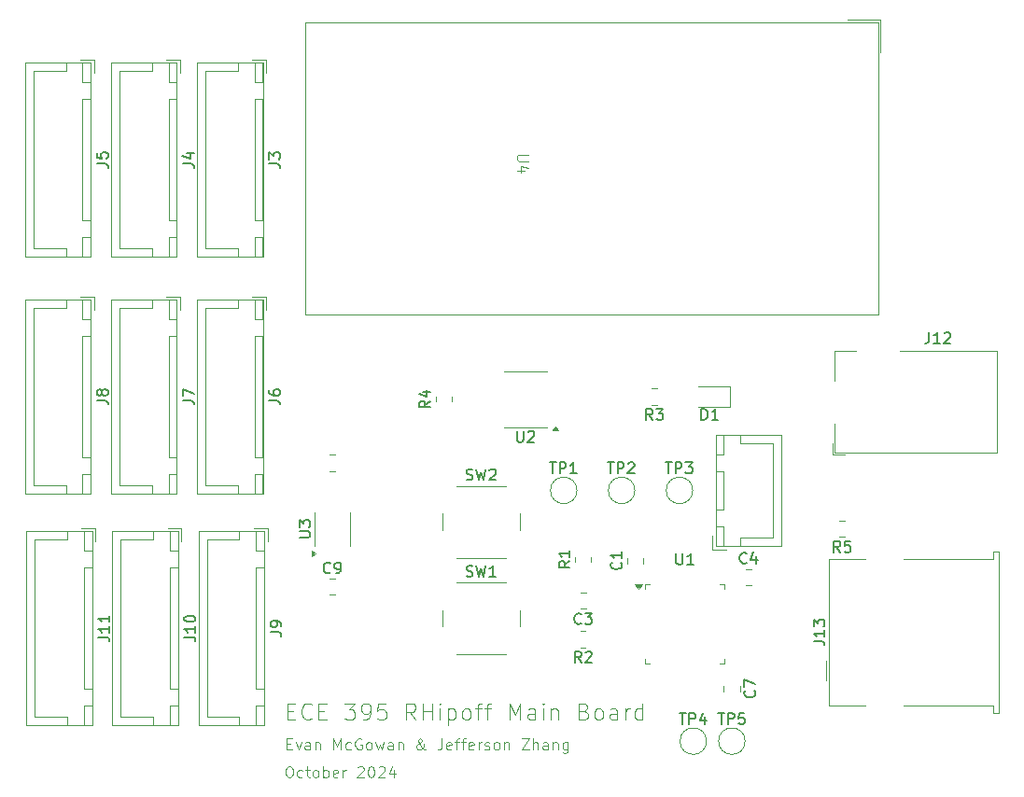
<source format=gbr>
%TF.GenerationSoftware,KiCad,Pcbnew,8.0.5*%
%TF.CreationDate,2024-10-22T17:04:07-05:00*%
%TF.ProjectId,395MainBoard,3339354d-6169-46e4-926f-6172642e6b69,rev?*%
%TF.SameCoordinates,Original*%
%TF.FileFunction,Legend,Top*%
%TF.FilePolarity,Positive*%
%FSLAX46Y46*%
G04 Gerber Fmt 4.6, Leading zero omitted, Abs format (unit mm)*
G04 Created by KiCad (PCBNEW 8.0.5) date 2024-10-22 17:04:07*
%MOMM*%
%LPD*%
G01*
G04 APERTURE LIST*
%ADD10C,0.100000*%
%ADD11C,0.150000*%
%ADD12C,0.120000*%
G04 APERTURE END LIST*
D10*
X141388319Y-102486028D02*
X141721652Y-102486028D01*
X141864509Y-103009838D02*
X141388319Y-103009838D01*
X141388319Y-103009838D02*
X141388319Y-102009838D01*
X141388319Y-102009838D02*
X141864509Y-102009838D01*
X142197843Y-102343171D02*
X142435938Y-103009838D01*
X142435938Y-103009838D02*
X142674033Y-102343171D01*
X143483557Y-103009838D02*
X143483557Y-102486028D01*
X143483557Y-102486028D02*
X143435938Y-102390790D01*
X143435938Y-102390790D02*
X143340700Y-102343171D01*
X143340700Y-102343171D02*
X143150224Y-102343171D01*
X143150224Y-102343171D02*
X143054986Y-102390790D01*
X143483557Y-102962219D02*
X143388319Y-103009838D01*
X143388319Y-103009838D02*
X143150224Y-103009838D01*
X143150224Y-103009838D02*
X143054986Y-102962219D01*
X143054986Y-102962219D02*
X143007367Y-102866980D01*
X143007367Y-102866980D02*
X143007367Y-102771742D01*
X143007367Y-102771742D02*
X143054986Y-102676504D01*
X143054986Y-102676504D02*
X143150224Y-102628885D01*
X143150224Y-102628885D02*
X143388319Y-102628885D01*
X143388319Y-102628885D02*
X143483557Y-102581266D01*
X143959748Y-102343171D02*
X143959748Y-103009838D01*
X143959748Y-102438409D02*
X144007367Y-102390790D01*
X144007367Y-102390790D02*
X144102605Y-102343171D01*
X144102605Y-102343171D02*
X144245462Y-102343171D01*
X144245462Y-102343171D02*
X144340700Y-102390790D01*
X144340700Y-102390790D02*
X144388319Y-102486028D01*
X144388319Y-102486028D02*
X144388319Y-103009838D01*
X145626415Y-103009838D02*
X145626415Y-102009838D01*
X145626415Y-102009838D02*
X145959748Y-102724123D01*
X145959748Y-102724123D02*
X146293081Y-102009838D01*
X146293081Y-102009838D02*
X146293081Y-103009838D01*
X147197843Y-102962219D02*
X147102605Y-103009838D01*
X147102605Y-103009838D02*
X146912129Y-103009838D01*
X146912129Y-103009838D02*
X146816891Y-102962219D01*
X146816891Y-102962219D02*
X146769272Y-102914599D01*
X146769272Y-102914599D02*
X146721653Y-102819361D01*
X146721653Y-102819361D02*
X146721653Y-102533647D01*
X146721653Y-102533647D02*
X146769272Y-102438409D01*
X146769272Y-102438409D02*
X146816891Y-102390790D01*
X146816891Y-102390790D02*
X146912129Y-102343171D01*
X146912129Y-102343171D02*
X147102605Y-102343171D01*
X147102605Y-102343171D02*
X147197843Y-102390790D01*
X148150224Y-102057457D02*
X148054986Y-102009838D01*
X148054986Y-102009838D02*
X147912129Y-102009838D01*
X147912129Y-102009838D02*
X147769272Y-102057457D01*
X147769272Y-102057457D02*
X147674034Y-102152695D01*
X147674034Y-102152695D02*
X147626415Y-102247933D01*
X147626415Y-102247933D02*
X147578796Y-102438409D01*
X147578796Y-102438409D02*
X147578796Y-102581266D01*
X147578796Y-102581266D02*
X147626415Y-102771742D01*
X147626415Y-102771742D02*
X147674034Y-102866980D01*
X147674034Y-102866980D02*
X147769272Y-102962219D01*
X147769272Y-102962219D02*
X147912129Y-103009838D01*
X147912129Y-103009838D02*
X148007367Y-103009838D01*
X148007367Y-103009838D02*
X148150224Y-102962219D01*
X148150224Y-102962219D02*
X148197843Y-102914599D01*
X148197843Y-102914599D02*
X148197843Y-102581266D01*
X148197843Y-102581266D02*
X148007367Y-102581266D01*
X148769272Y-103009838D02*
X148674034Y-102962219D01*
X148674034Y-102962219D02*
X148626415Y-102914599D01*
X148626415Y-102914599D02*
X148578796Y-102819361D01*
X148578796Y-102819361D02*
X148578796Y-102533647D01*
X148578796Y-102533647D02*
X148626415Y-102438409D01*
X148626415Y-102438409D02*
X148674034Y-102390790D01*
X148674034Y-102390790D02*
X148769272Y-102343171D01*
X148769272Y-102343171D02*
X148912129Y-102343171D01*
X148912129Y-102343171D02*
X149007367Y-102390790D01*
X149007367Y-102390790D02*
X149054986Y-102438409D01*
X149054986Y-102438409D02*
X149102605Y-102533647D01*
X149102605Y-102533647D02*
X149102605Y-102819361D01*
X149102605Y-102819361D02*
X149054986Y-102914599D01*
X149054986Y-102914599D02*
X149007367Y-102962219D01*
X149007367Y-102962219D02*
X148912129Y-103009838D01*
X148912129Y-103009838D02*
X148769272Y-103009838D01*
X149435939Y-102343171D02*
X149626415Y-103009838D01*
X149626415Y-103009838D02*
X149816891Y-102533647D01*
X149816891Y-102533647D02*
X150007367Y-103009838D01*
X150007367Y-103009838D02*
X150197843Y-102343171D01*
X151007367Y-103009838D02*
X151007367Y-102486028D01*
X151007367Y-102486028D02*
X150959748Y-102390790D01*
X150959748Y-102390790D02*
X150864510Y-102343171D01*
X150864510Y-102343171D02*
X150674034Y-102343171D01*
X150674034Y-102343171D02*
X150578796Y-102390790D01*
X151007367Y-102962219D02*
X150912129Y-103009838D01*
X150912129Y-103009838D02*
X150674034Y-103009838D01*
X150674034Y-103009838D02*
X150578796Y-102962219D01*
X150578796Y-102962219D02*
X150531177Y-102866980D01*
X150531177Y-102866980D02*
X150531177Y-102771742D01*
X150531177Y-102771742D02*
X150578796Y-102676504D01*
X150578796Y-102676504D02*
X150674034Y-102628885D01*
X150674034Y-102628885D02*
X150912129Y-102628885D01*
X150912129Y-102628885D02*
X151007367Y-102581266D01*
X151483558Y-102343171D02*
X151483558Y-103009838D01*
X151483558Y-102438409D02*
X151531177Y-102390790D01*
X151531177Y-102390790D02*
X151626415Y-102343171D01*
X151626415Y-102343171D02*
X151769272Y-102343171D01*
X151769272Y-102343171D02*
X151864510Y-102390790D01*
X151864510Y-102390790D02*
X151912129Y-102486028D01*
X151912129Y-102486028D02*
X151912129Y-103009838D01*
X153959749Y-103009838D02*
X153912130Y-103009838D01*
X153912130Y-103009838D02*
X153816891Y-102962219D01*
X153816891Y-102962219D02*
X153674034Y-102819361D01*
X153674034Y-102819361D02*
X153435939Y-102533647D01*
X153435939Y-102533647D02*
X153340701Y-102390790D01*
X153340701Y-102390790D02*
X153293082Y-102247933D01*
X153293082Y-102247933D02*
X153293082Y-102152695D01*
X153293082Y-102152695D02*
X153340701Y-102057457D01*
X153340701Y-102057457D02*
X153435939Y-102009838D01*
X153435939Y-102009838D02*
X153483558Y-102009838D01*
X153483558Y-102009838D02*
X153578796Y-102057457D01*
X153578796Y-102057457D02*
X153626415Y-102152695D01*
X153626415Y-102152695D02*
X153626415Y-102200314D01*
X153626415Y-102200314D02*
X153578796Y-102295552D01*
X153578796Y-102295552D02*
X153531177Y-102343171D01*
X153531177Y-102343171D02*
X153245463Y-102533647D01*
X153245463Y-102533647D02*
X153197844Y-102581266D01*
X153197844Y-102581266D02*
X153150225Y-102676504D01*
X153150225Y-102676504D02*
X153150225Y-102819361D01*
X153150225Y-102819361D02*
X153197844Y-102914599D01*
X153197844Y-102914599D02*
X153245463Y-102962219D01*
X153245463Y-102962219D02*
X153340701Y-103009838D01*
X153340701Y-103009838D02*
X153483558Y-103009838D01*
X153483558Y-103009838D02*
X153578796Y-102962219D01*
X153578796Y-102962219D02*
X153626415Y-102914599D01*
X153626415Y-102914599D02*
X153769272Y-102724123D01*
X153769272Y-102724123D02*
X153816891Y-102581266D01*
X153816891Y-102581266D02*
X153816891Y-102486028D01*
X155435939Y-102009838D02*
X155435939Y-102724123D01*
X155435939Y-102724123D02*
X155388320Y-102866980D01*
X155388320Y-102866980D02*
X155293082Y-102962219D01*
X155293082Y-102962219D02*
X155150225Y-103009838D01*
X155150225Y-103009838D02*
X155054987Y-103009838D01*
X156293082Y-102962219D02*
X156197844Y-103009838D01*
X156197844Y-103009838D02*
X156007368Y-103009838D01*
X156007368Y-103009838D02*
X155912130Y-102962219D01*
X155912130Y-102962219D02*
X155864511Y-102866980D01*
X155864511Y-102866980D02*
X155864511Y-102486028D01*
X155864511Y-102486028D02*
X155912130Y-102390790D01*
X155912130Y-102390790D02*
X156007368Y-102343171D01*
X156007368Y-102343171D02*
X156197844Y-102343171D01*
X156197844Y-102343171D02*
X156293082Y-102390790D01*
X156293082Y-102390790D02*
X156340701Y-102486028D01*
X156340701Y-102486028D02*
X156340701Y-102581266D01*
X156340701Y-102581266D02*
X155864511Y-102676504D01*
X156626416Y-102343171D02*
X157007368Y-102343171D01*
X156769273Y-103009838D02*
X156769273Y-102152695D01*
X156769273Y-102152695D02*
X156816892Y-102057457D01*
X156816892Y-102057457D02*
X156912130Y-102009838D01*
X156912130Y-102009838D02*
X157007368Y-102009838D01*
X157197845Y-102343171D02*
X157578797Y-102343171D01*
X157340702Y-103009838D02*
X157340702Y-102152695D01*
X157340702Y-102152695D02*
X157388321Y-102057457D01*
X157388321Y-102057457D02*
X157483559Y-102009838D01*
X157483559Y-102009838D02*
X157578797Y-102009838D01*
X158293083Y-102962219D02*
X158197845Y-103009838D01*
X158197845Y-103009838D02*
X158007369Y-103009838D01*
X158007369Y-103009838D02*
X157912131Y-102962219D01*
X157912131Y-102962219D02*
X157864512Y-102866980D01*
X157864512Y-102866980D02*
X157864512Y-102486028D01*
X157864512Y-102486028D02*
X157912131Y-102390790D01*
X157912131Y-102390790D02*
X158007369Y-102343171D01*
X158007369Y-102343171D02*
X158197845Y-102343171D01*
X158197845Y-102343171D02*
X158293083Y-102390790D01*
X158293083Y-102390790D02*
X158340702Y-102486028D01*
X158340702Y-102486028D02*
X158340702Y-102581266D01*
X158340702Y-102581266D02*
X157864512Y-102676504D01*
X158769274Y-103009838D02*
X158769274Y-102343171D01*
X158769274Y-102533647D02*
X158816893Y-102438409D01*
X158816893Y-102438409D02*
X158864512Y-102390790D01*
X158864512Y-102390790D02*
X158959750Y-102343171D01*
X158959750Y-102343171D02*
X159054988Y-102343171D01*
X159340703Y-102962219D02*
X159435941Y-103009838D01*
X159435941Y-103009838D02*
X159626417Y-103009838D01*
X159626417Y-103009838D02*
X159721655Y-102962219D01*
X159721655Y-102962219D02*
X159769274Y-102866980D01*
X159769274Y-102866980D02*
X159769274Y-102819361D01*
X159769274Y-102819361D02*
X159721655Y-102724123D01*
X159721655Y-102724123D02*
X159626417Y-102676504D01*
X159626417Y-102676504D02*
X159483560Y-102676504D01*
X159483560Y-102676504D02*
X159388322Y-102628885D01*
X159388322Y-102628885D02*
X159340703Y-102533647D01*
X159340703Y-102533647D02*
X159340703Y-102486028D01*
X159340703Y-102486028D02*
X159388322Y-102390790D01*
X159388322Y-102390790D02*
X159483560Y-102343171D01*
X159483560Y-102343171D02*
X159626417Y-102343171D01*
X159626417Y-102343171D02*
X159721655Y-102390790D01*
X160340703Y-103009838D02*
X160245465Y-102962219D01*
X160245465Y-102962219D02*
X160197846Y-102914599D01*
X160197846Y-102914599D02*
X160150227Y-102819361D01*
X160150227Y-102819361D02*
X160150227Y-102533647D01*
X160150227Y-102533647D02*
X160197846Y-102438409D01*
X160197846Y-102438409D02*
X160245465Y-102390790D01*
X160245465Y-102390790D02*
X160340703Y-102343171D01*
X160340703Y-102343171D02*
X160483560Y-102343171D01*
X160483560Y-102343171D02*
X160578798Y-102390790D01*
X160578798Y-102390790D02*
X160626417Y-102438409D01*
X160626417Y-102438409D02*
X160674036Y-102533647D01*
X160674036Y-102533647D02*
X160674036Y-102819361D01*
X160674036Y-102819361D02*
X160626417Y-102914599D01*
X160626417Y-102914599D02*
X160578798Y-102962219D01*
X160578798Y-102962219D02*
X160483560Y-103009838D01*
X160483560Y-103009838D02*
X160340703Y-103009838D01*
X161102608Y-102343171D02*
X161102608Y-103009838D01*
X161102608Y-102438409D02*
X161150227Y-102390790D01*
X161150227Y-102390790D02*
X161245465Y-102343171D01*
X161245465Y-102343171D02*
X161388322Y-102343171D01*
X161388322Y-102343171D02*
X161483560Y-102390790D01*
X161483560Y-102390790D02*
X161531179Y-102486028D01*
X161531179Y-102486028D02*
X161531179Y-103009838D01*
X162674037Y-102009838D02*
X163340703Y-102009838D01*
X163340703Y-102009838D02*
X162674037Y-103009838D01*
X162674037Y-103009838D02*
X163340703Y-103009838D01*
X163721656Y-103009838D02*
X163721656Y-102009838D01*
X164150227Y-103009838D02*
X164150227Y-102486028D01*
X164150227Y-102486028D02*
X164102608Y-102390790D01*
X164102608Y-102390790D02*
X164007370Y-102343171D01*
X164007370Y-102343171D02*
X163864513Y-102343171D01*
X163864513Y-102343171D02*
X163769275Y-102390790D01*
X163769275Y-102390790D02*
X163721656Y-102438409D01*
X165054989Y-103009838D02*
X165054989Y-102486028D01*
X165054989Y-102486028D02*
X165007370Y-102390790D01*
X165007370Y-102390790D02*
X164912132Y-102343171D01*
X164912132Y-102343171D02*
X164721656Y-102343171D01*
X164721656Y-102343171D02*
X164626418Y-102390790D01*
X165054989Y-102962219D02*
X164959751Y-103009838D01*
X164959751Y-103009838D02*
X164721656Y-103009838D01*
X164721656Y-103009838D02*
X164626418Y-102962219D01*
X164626418Y-102962219D02*
X164578799Y-102866980D01*
X164578799Y-102866980D02*
X164578799Y-102771742D01*
X164578799Y-102771742D02*
X164626418Y-102676504D01*
X164626418Y-102676504D02*
X164721656Y-102628885D01*
X164721656Y-102628885D02*
X164959751Y-102628885D01*
X164959751Y-102628885D02*
X165054989Y-102581266D01*
X165531180Y-102343171D02*
X165531180Y-103009838D01*
X165531180Y-102438409D02*
X165578799Y-102390790D01*
X165578799Y-102390790D02*
X165674037Y-102343171D01*
X165674037Y-102343171D02*
X165816894Y-102343171D01*
X165816894Y-102343171D02*
X165912132Y-102390790D01*
X165912132Y-102390790D02*
X165959751Y-102486028D01*
X165959751Y-102486028D02*
X165959751Y-103009838D01*
X166864513Y-102343171D02*
X166864513Y-103152695D01*
X166864513Y-103152695D02*
X166816894Y-103247933D01*
X166816894Y-103247933D02*
X166769275Y-103295552D01*
X166769275Y-103295552D02*
X166674037Y-103343171D01*
X166674037Y-103343171D02*
X166531180Y-103343171D01*
X166531180Y-103343171D02*
X166435942Y-103295552D01*
X166864513Y-102962219D02*
X166769275Y-103009838D01*
X166769275Y-103009838D02*
X166578799Y-103009838D01*
X166578799Y-103009838D02*
X166483561Y-102962219D01*
X166483561Y-102962219D02*
X166435942Y-102914599D01*
X166435942Y-102914599D02*
X166388323Y-102819361D01*
X166388323Y-102819361D02*
X166388323Y-102533647D01*
X166388323Y-102533647D02*
X166435942Y-102438409D01*
X166435942Y-102438409D02*
X166483561Y-102390790D01*
X166483561Y-102390790D02*
X166578799Y-102343171D01*
X166578799Y-102343171D02*
X166769275Y-102343171D01*
X166769275Y-102343171D02*
X166864513Y-102390790D01*
X141422931Y-99525514D02*
X141922931Y-99525514D01*
X142137217Y-100311228D02*
X141422931Y-100311228D01*
X141422931Y-100311228D02*
X141422931Y-98811228D01*
X141422931Y-98811228D02*
X142137217Y-98811228D01*
X143637217Y-100168371D02*
X143565789Y-100239800D01*
X143565789Y-100239800D02*
X143351503Y-100311228D01*
X143351503Y-100311228D02*
X143208646Y-100311228D01*
X143208646Y-100311228D02*
X142994360Y-100239800D01*
X142994360Y-100239800D02*
X142851503Y-100096942D01*
X142851503Y-100096942D02*
X142780074Y-99954085D01*
X142780074Y-99954085D02*
X142708646Y-99668371D01*
X142708646Y-99668371D02*
X142708646Y-99454085D01*
X142708646Y-99454085D02*
X142780074Y-99168371D01*
X142780074Y-99168371D02*
X142851503Y-99025514D01*
X142851503Y-99025514D02*
X142994360Y-98882657D01*
X142994360Y-98882657D02*
X143208646Y-98811228D01*
X143208646Y-98811228D02*
X143351503Y-98811228D01*
X143351503Y-98811228D02*
X143565789Y-98882657D01*
X143565789Y-98882657D02*
X143637217Y-98954085D01*
X144280074Y-99525514D02*
X144780074Y-99525514D01*
X144994360Y-100311228D02*
X144280074Y-100311228D01*
X144280074Y-100311228D02*
X144280074Y-98811228D01*
X144280074Y-98811228D02*
X144994360Y-98811228D01*
X146637217Y-98811228D02*
X147565789Y-98811228D01*
X147565789Y-98811228D02*
X147065789Y-99382657D01*
X147065789Y-99382657D02*
X147280074Y-99382657D01*
X147280074Y-99382657D02*
X147422932Y-99454085D01*
X147422932Y-99454085D02*
X147494360Y-99525514D01*
X147494360Y-99525514D02*
X147565789Y-99668371D01*
X147565789Y-99668371D02*
X147565789Y-100025514D01*
X147565789Y-100025514D02*
X147494360Y-100168371D01*
X147494360Y-100168371D02*
X147422932Y-100239800D01*
X147422932Y-100239800D02*
X147280074Y-100311228D01*
X147280074Y-100311228D02*
X146851503Y-100311228D01*
X146851503Y-100311228D02*
X146708646Y-100239800D01*
X146708646Y-100239800D02*
X146637217Y-100168371D01*
X148280074Y-100311228D02*
X148565788Y-100311228D01*
X148565788Y-100311228D02*
X148708645Y-100239800D01*
X148708645Y-100239800D02*
X148780074Y-100168371D01*
X148780074Y-100168371D02*
X148922931Y-99954085D01*
X148922931Y-99954085D02*
X148994360Y-99668371D01*
X148994360Y-99668371D02*
X148994360Y-99096942D01*
X148994360Y-99096942D02*
X148922931Y-98954085D01*
X148922931Y-98954085D02*
X148851503Y-98882657D01*
X148851503Y-98882657D02*
X148708645Y-98811228D01*
X148708645Y-98811228D02*
X148422931Y-98811228D01*
X148422931Y-98811228D02*
X148280074Y-98882657D01*
X148280074Y-98882657D02*
X148208645Y-98954085D01*
X148208645Y-98954085D02*
X148137217Y-99096942D01*
X148137217Y-99096942D02*
X148137217Y-99454085D01*
X148137217Y-99454085D02*
X148208645Y-99596942D01*
X148208645Y-99596942D02*
X148280074Y-99668371D01*
X148280074Y-99668371D02*
X148422931Y-99739800D01*
X148422931Y-99739800D02*
X148708645Y-99739800D01*
X148708645Y-99739800D02*
X148851503Y-99668371D01*
X148851503Y-99668371D02*
X148922931Y-99596942D01*
X148922931Y-99596942D02*
X148994360Y-99454085D01*
X150351502Y-98811228D02*
X149637216Y-98811228D01*
X149637216Y-98811228D02*
X149565788Y-99525514D01*
X149565788Y-99525514D02*
X149637216Y-99454085D01*
X149637216Y-99454085D02*
X149780074Y-99382657D01*
X149780074Y-99382657D02*
X150137216Y-99382657D01*
X150137216Y-99382657D02*
X150280074Y-99454085D01*
X150280074Y-99454085D02*
X150351502Y-99525514D01*
X150351502Y-99525514D02*
X150422931Y-99668371D01*
X150422931Y-99668371D02*
X150422931Y-100025514D01*
X150422931Y-100025514D02*
X150351502Y-100168371D01*
X150351502Y-100168371D02*
X150280074Y-100239800D01*
X150280074Y-100239800D02*
X150137216Y-100311228D01*
X150137216Y-100311228D02*
X149780074Y-100311228D01*
X149780074Y-100311228D02*
X149637216Y-100239800D01*
X149637216Y-100239800D02*
X149565788Y-100168371D01*
X153065787Y-100311228D02*
X152565787Y-99596942D01*
X152208644Y-100311228D02*
X152208644Y-98811228D01*
X152208644Y-98811228D02*
X152780073Y-98811228D01*
X152780073Y-98811228D02*
X152922930Y-98882657D01*
X152922930Y-98882657D02*
X152994359Y-98954085D01*
X152994359Y-98954085D02*
X153065787Y-99096942D01*
X153065787Y-99096942D02*
X153065787Y-99311228D01*
X153065787Y-99311228D02*
X152994359Y-99454085D01*
X152994359Y-99454085D02*
X152922930Y-99525514D01*
X152922930Y-99525514D02*
X152780073Y-99596942D01*
X152780073Y-99596942D02*
X152208644Y-99596942D01*
X153708644Y-100311228D02*
X153708644Y-98811228D01*
X153708644Y-99525514D02*
X154565787Y-99525514D01*
X154565787Y-100311228D02*
X154565787Y-98811228D01*
X155280073Y-100311228D02*
X155280073Y-99311228D01*
X155280073Y-98811228D02*
X155208645Y-98882657D01*
X155208645Y-98882657D02*
X155280073Y-98954085D01*
X155280073Y-98954085D02*
X155351502Y-98882657D01*
X155351502Y-98882657D02*
X155280073Y-98811228D01*
X155280073Y-98811228D02*
X155280073Y-98954085D01*
X155994359Y-99311228D02*
X155994359Y-100811228D01*
X155994359Y-99382657D02*
X156137217Y-99311228D01*
X156137217Y-99311228D02*
X156422931Y-99311228D01*
X156422931Y-99311228D02*
X156565788Y-99382657D01*
X156565788Y-99382657D02*
X156637217Y-99454085D01*
X156637217Y-99454085D02*
X156708645Y-99596942D01*
X156708645Y-99596942D02*
X156708645Y-100025514D01*
X156708645Y-100025514D02*
X156637217Y-100168371D01*
X156637217Y-100168371D02*
X156565788Y-100239800D01*
X156565788Y-100239800D02*
X156422931Y-100311228D01*
X156422931Y-100311228D02*
X156137217Y-100311228D01*
X156137217Y-100311228D02*
X155994359Y-100239800D01*
X157565788Y-100311228D02*
X157422931Y-100239800D01*
X157422931Y-100239800D02*
X157351502Y-100168371D01*
X157351502Y-100168371D02*
X157280074Y-100025514D01*
X157280074Y-100025514D02*
X157280074Y-99596942D01*
X157280074Y-99596942D02*
X157351502Y-99454085D01*
X157351502Y-99454085D02*
X157422931Y-99382657D01*
X157422931Y-99382657D02*
X157565788Y-99311228D01*
X157565788Y-99311228D02*
X157780074Y-99311228D01*
X157780074Y-99311228D02*
X157922931Y-99382657D01*
X157922931Y-99382657D02*
X157994360Y-99454085D01*
X157994360Y-99454085D02*
X158065788Y-99596942D01*
X158065788Y-99596942D02*
X158065788Y-100025514D01*
X158065788Y-100025514D02*
X157994360Y-100168371D01*
X157994360Y-100168371D02*
X157922931Y-100239800D01*
X157922931Y-100239800D02*
X157780074Y-100311228D01*
X157780074Y-100311228D02*
X157565788Y-100311228D01*
X158494360Y-99311228D02*
X159065788Y-99311228D01*
X158708645Y-100311228D02*
X158708645Y-99025514D01*
X158708645Y-99025514D02*
X158780074Y-98882657D01*
X158780074Y-98882657D02*
X158922931Y-98811228D01*
X158922931Y-98811228D02*
X159065788Y-98811228D01*
X159351503Y-99311228D02*
X159922931Y-99311228D01*
X159565788Y-100311228D02*
X159565788Y-99025514D01*
X159565788Y-99025514D02*
X159637217Y-98882657D01*
X159637217Y-98882657D02*
X159780074Y-98811228D01*
X159780074Y-98811228D02*
X159922931Y-98811228D01*
X161565788Y-100311228D02*
X161565788Y-98811228D01*
X161565788Y-98811228D02*
X162065788Y-99882657D01*
X162065788Y-99882657D02*
X162565788Y-98811228D01*
X162565788Y-98811228D02*
X162565788Y-100311228D01*
X163922932Y-100311228D02*
X163922932Y-99525514D01*
X163922932Y-99525514D02*
X163851503Y-99382657D01*
X163851503Y-99382657D02*
X163708646Y-99311228D01*
X163708646Y-99311228D02*
X163422932Y-99311228D01*
X163422932Y-99311228D02*
X163280074Y-99382657D01*
X163922932Y-100239800D02*
X163780074Y-100311228D01*
X163780074Y-100311228D02*
X163422932Y-100311228D01*
X163422932Y-100311228D02*
X163280074Y-100239800D01*
X163280074Y-100239800D02*
X163208646Y-100096942D01*
X163208646Y-100096942D02*
X163208646Y-99954085D01*
X163208646Y-99954085D02*
X163280074Y-99811228D01*
X163280074Y-99811228D02*
X163422932Y-99739800D01*
X163422932Y-99739800D02*
X163780074Y-99739800D01*
X163780074Y-99739800D02*
X163922932Y-99668371D01*
X164637217Y-100311228D02*
X164637217Y-99311228D01*
X164637217Y-98811228D02*
X164565789Y-98882657D01*
X164565789Y-98882657D02*
X164637217Y-98954085D01*
X164637217Y-98954085D02*
X164708646Y-98882657D01*
X164708646Y-98882657D02*
X164637217Y-98811228D01*
X164637217Y-98811228D02*
X164637217Y-98954085D01*
X165351503Y-99311228D02*
X165351503Y-100311228D01*
X165351503Y-99454085D02*
X165422932Y-99382657D01*
X165422932Y-99382657D02*
X165565789Y-99311228D01*
X165565789Y-99311228D02*
X165780075Y-99311228D01*
X165780075Y-99311228D02*
X165922932Y-99382657D01*
X165922932Y-99382657D02*
X165994361Y-99525514D01*
X165994361Y-99525514D02*
X165994361Y-100311228D01*
X168351503Y-99525514D02*
X168565789Y-99596942D01*
X168565789Y-99596942D02*
X168637218Y-99668371D01*
X168637218Y-99668371D02*
X168708646Y-99811228D01*
X168708646Y-99811228D02*
X168708646Y-100025514D01*
X168708646Y-100025514D02*
X168637218Y-100168371D01*
X168637218Y-100168371D02*
X168565789Y-100239800D01*
X168565789Y-100239800D02*
X168422932Y-100311228D01*
X168422932Y-100311228D02*
X167851503Y-100311228D01*
X167851503Y-100311228D02*
X167851503Y-98811228D01*
X167851503Y-98811228D02*
X168351503Y-98811228D01*
X168351503Y-98811228D02*
X168494361Y-98882657D01*
X168494361Y-98882657D02*
X168565789Y-98954085D01*
X168565789Y-98954085D02*
X168637218Y-99096942D01*
X168637218Y-99096942D02*
X168637218Y-99239800D01*
X168637218Y-99239800D02*
X168565789Y-99382657D01*
X168565789Y-99382657D02*
X168494361Y-99454085D01*
X168494361Y-99454085D02*
X168351503Y-99525514D01*
X168351503Y-99525514D02*
X167851503Y-99525514D01*
X169565789Y-100311228D02*
X169422932Y-100239800D01*
X169422932Y-100239800D02*
X169351503Y-100168371D01*
X169351503Y-100168371D02*
X169280075Y-100025514D01*
X169280075Y-100025514D02*
X169280075Y-99596942D01*
X169280075Y-99596942D02*
X169351503Y-99454085D01*
X169351503Y-99454085D02*
X169422932Y-99382657D01*
X169422932Y-99382657D02*
X169565789Y-99311228D01*
X169565789Y-99311228D02*
X169780075Y-99311228D01*
X169780075Y-99311228D02*
X169922932Y-99382657D01*
X169922932Y-99382657D02*
X169994361Y-99454085D01*
X169994361Y-99454085D02*
X170065789Y-99596942D01*
X170065789Y-99596942D02*
X170065789Y-100025514D01*
X170065789Y-100025514D02*
X169994361Y-100168371D01*
X169994361Y-100168371D02*
X169922932Y-100239800D01*
X169922932Y-100239800D02*
X169780075Y-100311228D01*
X169780075Y-100311228D02*
X169565789Y-100311228D01*
X171351504Y-100311228D02*
X171351504Y-99525514D01*
X171351504Y-99525514D02*
X171280075Y-99382657D01*
X171280075Y-99382657D02*
X171137218Y-99311228D01*
X171137218Y-99311228D02*
X170851504Y-99311228D01*
X170851504Y-99311228D02*
X170708646Y-99382657D01*
X171351504Y-100239800D02*
X171208646Y-100311228D01*
X171208646Y-100311228D02*
X170851504Y-100311228D01*
X170851504Y-100311228D02*
X170708646Y-100239800D01*
X170708646Y-100239800D02*
X170637218Y-100096942D01*
X170637218Y-100096942D02*
X170637218Y-99954085D01*
X170637218Y-99954085D02*
X170708646Y-99811228D01*
X170708646Y-99811228D02*
X170851504Y-99739800D01*
X170851504Y-99739800D02*
X171208646Y-99739800D01*
X171208646Y-99739800D02*
X171351504Y-99668371D01*
X172065789Y-100311228D02*
X172065789Y-99311228D01*
X172065789Y-99596942D02*
X172137218Y-99454085D01*
X172137218Y-99454085D02*
X172208647Y-99382657D01*
X172208647Y-99382657D02*
X172351504Y-99311228D01*
X172351504Y-99311228D02*
X172494361Y-99311228D01*
X173637218Y-100311228D02*
X173637218Y-98811228D01*
X173637218Y-100239800D02*
X173494360Y-100311228D01*
X173494360Y-100311228D02*
X173208646Y-100311228D01*
X173208646Y-100311228D02*
X173065789Y-100239800D01*
X173065789Y-100239800D02*
X172994360Y-100168371D01*
X172994360Y-100168371D02*
X172922932Y-100025514D01*
X172922932Y-100025514D02*
X172922932Y-99596942D01*
X172922932Y-99596942D02*
X172994360Y-99454085D01*
X172994360Y-99454085D02*
X173065789Y-99382657D01*
X173065789Y-99382657D02*
X173208646Y-99311228D01*
X173208646Y-99311228D02*
X173494360Y-99311228D01*
X173494360Y-99311228D02*
X173637218Y-99382657D01*
X141510808Y-104544568D02*
X141701284Y-104544568D01*
X141701284Y-104544568D02*
X141796522Y-104592187D01*
X141796522Y-104592187D02*
X141891760Y-104687425D01*
X141891760Y-104687425D02*
X141939379Y-104877901D01*
X141939379Y-104877901D02*
X141939379Y-105211234D01*
X141939379Y-105211234D02*
X141891760Y-105401710D01*
X141891760Y-105401710D02*
X141796522Y-105496949D01*
X141796522Y-105496949D02*
X141701284Y-105544568D01*
X141701284Y-105544568D02*
X141510808Y-105544568D01*
X141510808Y-105544568D02*
X141415570Y-105496949D01*
X141415570Y-105496949D02*
X141320332Y-105401710D01*
X141320332Y-105401710D02*
X141272713Y-105211234D01*
X141272713Y-105211234D02*
X141272713Y-104877901D01*
X141272713Y-104877901D02*
X141320332Y-104687425D01*
X141320332Y-104687425D02*
X141415570Y-104592187D01*
X141415570Y-104592187D02*
X141510808Y-104544568D01*
X142796522Y-105496949D02*
X142701284Y-105544568D01*
X142701284Y-105544568D02*
X142510808Y-105544568D01*
X142510808Y-105544568D02*
X142415570Y-105496949D01*
X142415570Y-105496949D02*
X142367951Y-105449329D01*
X142367951Y-105449329D02*
X142320332Y-105354091D01*
X142320332Y-105354091D02*
X142320332Y-105068377D01*
X142320332Y-105068377D02*
X142367951Y-104973139D01*
X142367951Y-104973139D02*
X142415570Y-104925520D01*
X142415570Y-104925520D02*
X142510808Y-104877901D01*
X142510808Y-104877901D02*
X142701284Y-104877901D01*
X142701284Y-104877901D02*
X142796522Y-104925520D01*
X143082237Y-104877901D02*
X143463189Y-104877901D01*
X143225094Y-104544568D02*
X143225094Y-105401710D01*
X143225094Y-105401710D02*
X143272713Y-105496949D01*
X143272713Y-105496949D02*
X143367951Y-105544568D01*
X143367951Y-105544568D02*
X143463189Y-105544568D01*
X143939380Y-105544568D02*
X143844142Y-105496949D01*
X143844142Y-105496949D02*
X143796523Y-105449329D01*
X143796523Y-105449329D02*
X143748904Y-105354091D01*
X143748904Y-105354091D02*
X143748904Y-105068377D01*
X143748904Y-105068377D02*
X143796523Y-104973139D01*
X143796523Y-104973139D02*
X143844142Y-104925520D01*
X143844142Y-104925520D02*
X143939380Y-104877901D01*
X143939380Y-104877901D02*
X144082237Y-104877901D01*
X144082237Y-104877901D02*
X144177475Y-104925520D01*
X144177475Y-104925520D02*
X144225094Y-104973139D01*
X144225094Y-104973139D02*
X144272713Y-105068377D01*
X144272713Y-105068377D02*
X144272713Y-105354091D01*
X144272713Y-105354091D02*
X144225094Y-105449329D01*
X144225094Y-105449329D02*
X144177475Y-105496949D01*
X144177475Y-105496949D02*
X144082237Y-105544568D01*
X144082237Y-105544568D02*
X143939380Y-105544568D01*
X144701285Y-105544568D02*
X144701285Y-104544568D01*
X144701285Y-104925520D02*
X144796523Y-104877901D01*
X144796523Y-104877901D02*
X144986999Y-104877901D01*
X144986999Y-104877901D02*
X145082237Y-104925520D01*
X145082237Y-104925520D02*
X145129856Y-104973139D01*
X145129856Y-104973139D02*
X145177475Y-105068377D01*
X145177475Y-105068377D02*
X145177475Y-105354091D01*
X145177475Y-105354091D02*
X145129856Y-105449329D01*
X145129856Y-105449329D02*
X145082237Y-105496949D01*
X145082237Y-105496949D02*
X144986999Y-105544568D01*
X144986999Y-105544568D02*
X144796523Y-105544568D01*
X144796523Y-105544568D02*
X144701285Y-105496949D01*
X145986999Y-105496949D02*
X145891761Y-105544568D01*
X145891761Y-105544568D02*
X145701285Y-105544568D01*
X145701285Y-105544568D02*
X145606047Y-105496949D01*
X145606047Y-105496949D02*
X145558428Y-105401710D01*
X145558428Y-105401710D02*
X145558428Y-105020758D01*
X145558428Y-105020758D02*
X145606047Y-104925520D01*
X145606047Y-104925520D02*
X145701285Y-104877901D01*
X145701285Y-104877901D02*
X145891761Y-104877901D01*
X145891761Y-104877901D02*
X145986999Y-104925520D01*
X145986999Y-104925520D02*
X146034618Y-105020758D01*
X146034618Y-105020758D02*
X146034618Y-105115996D01*
X146034618Y-105115996D02*
X145558428Y-105211234D01*
X146463190Y-105544568D02*
X146463190Y-104877901D01*
X146463190Y-105068377D02*
X146510809Y-104973139D01*
X146510809Y-104973139D02*
X146558428Y-104925520D01*
X146558428Y-104925520D02*
X146653666Y-104877901D01*
X146653666Y-104877901D02*
X146748904Y-104877901D01*
X147796524Y-104639806D02*
X147844143Y-104592187D01*
X147844143Y-104592187D02*
X147939381Y-104544568D01*
X147939381Y-104544568D02*
X148177476Y-104544568D01*
X148177476Y-104544568D02*
X148272714Y-104592187D01*
X148272714Y-104592187D02*
X148320333Y-104639806D01*
X148320333Y-104639806D02*
X148367952Y-104735044D01*
X148367952Y-104735044D02*
X148367952Y-104830282D01*
X148367952Y-104830282D02*
X148320333Y-104973139D01*
X148320333Y-104973139D02*
X147748905Y-105544568D01*
X147748905Y-105544568D02*
X148367952Y-105544568D01*
X148987000Y-104544568D02*
X149082238Y-104544568D01*
X149082238Y-104544568D02*
X149177476Y-104592187D01*
X149177476Y-104592187D02*
X149225095Y-104639806D01*
X149225095Y-104639806D02*
X149272714Y-104735044D01*
X149272714Y-104735044D02*
X149320333Y-104925520D01*
X149320333Y-104925520D02*
X149320333Y-105163615D01*
X149320333Y-105163615D02*
X149272714Y-105354091D01*
X149272714Y-105354091D02*
X149225095Y-105449329D01*
X149225095Y-105449329D02*
X149177476Y-105496949D01*
X149177476Y-105496949D02*
X149082238Y-105544568D01*
X149082238Y-105544568D02*
X148987000Y-105544568D01*
X148987000Y-105544568D02*
X148891762Y-105496949D01*
X148891762Y-105496949D02*
X148844143Y-105449329D01*
X148844143Y-105449329D02*
X148796524Y-105354091D01*
X148796524Y-105354091D02*
X148748905Y-105163615D01*
X148748905Y-105163615D02*
X148748905Y-104925520D01*
X148748905Y-104925520D02*
X148796524Y-104735044D01*
X148796524Y-104735044D02*
X148844143Y-104639806D01*
X148844143Y-104639806D02*
X148891762Y-104592187D01*
X148891762Y-104592187D02*
X148987000Y-104544568D01*
X149701286Y-104639806D02*
X149748905Y-104592187D01*
X149748905Y-104592187D02*
X149844143Y-104544568D01*
X149844143Y-104544568D02*
X150082238Y-104544568D01*
X150082238Y-104544568D02*
X150177476Y-104592187D01*
X150177476Y-104592187D02*
X150225095Y-104639806D01*
X150225095Y-104639806D02*
X150272714Y-104735044D01*
X150272714Y-104735044D02*
X150272714Y-104830282D01*
X150272714Y-104830282D02*
X150225095Y-104973139D01*
X150225095Y-104973139D02*
X149653667Y-105544568D01*
X149653667Y-105544568D02*
X150272714Y-105544568D01*
X151129857Y-104877901D02*
X151129857Y-105544568D01*
X150891762Y-104496949D02*
X150653667Y-105211234D01*
X150653667Y-105211234D02*
X151272714Y-105211234D01*
D11*
X145333333Y-86929580D02*
X145285714Y-86977200D01*
X145285714Y-86977200D02*
X145142857Y-87024819D01*
X145142857Y-87024819D02*
X145047619Y-87024819D01*
X145047619Y-87024819D02*
X144904762Y-86977200D01*
X144904762Y-86977200D02*
X144809524Y-86881961D01*
X144809524Y-86881961D02*
X144761905Y-86786723D01*
X144761905Y-86786723D02*
X144714286Y-86596247D01*
X144714286Y-86596247D02*
X144714286Y-86453390D01*
X144714286Y-86453390D02*
X144761905Y-86262914D01*
X144761905Y-86262914D02*
X144809524Y-86167676D01*
X144809524Y-86167676D02*
X144904762Y-86072438D01*
X144904762Y-86072438D02*
X145047619Y-86024819D01*
X145047619Y-86024819D02*
X145142857Y-86024819D01*
X145142857Y-86024819D02*
X145285714Y-86072438D01*
X145285714Y-86072438D02*
X145333333Y-86120057D01*
X145809524Y-87024819D02*
X146000000Y-87024819D01*
X146000000Y-87024819D02*
X146095238Y-86977200D01*
X146095238Y-86977200D02*
X146142857Y-86929580D01*
X146142857Y-86929580D02*
X146238095Y-86786723D01*
X146238095Y-86786723D02*
X146285714Y-86596247D01*
X146285714Y-86596247D02*
X146285714Y-86215295D01*
X146285714Y-86215295D02*
X146238095Y-86120057D01*
X146238095Y-86120057D02*
X146190476Y-86072438D01*
X146190476Y-86072438D02*
X146095238Y-86024819D01*
X146095238Y-86024819D02*
X145904762Y-86024819D01*
X145904762Y-86024819D02*
X145809524Y-86072438D01*
X145809524Y-86072438D02*
X145761905Y-86120057D01*
X145761905Y-86120057D02*
X145714286Y-86215295D01*
X145714286Y-86215295D02*
X145714286Y-86453390D01*
X145714286Y-86453390D02*
X145761905Y-86548628D01*
X145761905Y-86548628D02*
X145809524Y-86596247D01*
X145809524Y-86596247D02*
X145904762Y-86643866D01*
X145904762Y-86643866D02*
X146095238Y-86643866D01*
X146095238Y-86643866D02*
X146190476Y-86596247D01*
X146190476Y-86596247D02*
X146238095Y-86548628D01*
X146238095Y-86548628D02*
X146285714Y-86453390D01*
X131954819Y-49833333D02*
X132669104Y-49833333D01*
X132669104Y-49833333D02*
X132811961Y-49880952D01*
X132811961Y-49880952D02*
X132907200Y-49976190D01*
X132907200Y-49976190D02*
X132954819Y-50119047D01*
X132954819Y-50119047D02*
X132954819Y-50214285D01*
X132288152Y-48928571D02*
X132954819Y-48928571D01*
X131907200Y-49166666D02*
X132621485Y-49404761D01*
X132621485Y-49404761D02*
X132621485Y-48785714D01*
X162263095Y-74104819D02*
X162263095Y-74914342D01*
X162263095Y-74914342D02*
X162310714Y-75009580D01*
X162310714Y-75009580D02*
X162358333Y-75057200D01*
X162358333Y-75057200D02*
X162453571Y-75104819D01*
X162453571Y-75104819D02*
X162644047Y-75104819D01*
X162644047Y-75104819D02*
X162739285Y-75057200D01*
X162739285Y-75057200D02*
X162786904Y-75009580D01*
X162786904Y-75009580D02*
X162834523Y-74914342D01*
X162834523Y-74914342D02*
X162834523Y-74104819D01*
X163263095Y-74200057D02*
X163310714Y-74152438D01*
X163310714Y-74152438D02*
X163405952Y-74104819D01*
X163405952Y-74104819D02*
X163644047Y-74104819D01*
X163644047Y-74104819D02*
X163739285Y-74152438D01*
X163739285Y-74152438D02*
X163786904Y-74200057D01*
X163786904Y-74200057D02*
X163834523Y-74295295D01*
X163834523Y-74295295D02*
X163834523Y-74390533D01*
X163834523Y-74390533D02*
X163786904Y-74533390D01*
X163786904Y-74533390D02*
X163215476Y-75104819D01*
X163215476Y-75104819D02*
X163834523Y-75104819D01*
X176708095Y-85219819D02*
X176708095Y-86029342D01*
X176708095Y-86029342D02*
X176755714Y-86124580D01*
X176755714Y-86124580D02*
X176803333Y-86172200D01*
X176803333Y-86172200D02*
X176898571Y-86219819D01*
X176898571Y-86219819D02*
X177089047Y-86219819D01*
X177089047Y-86219819D02*
X177184285Y-86172200D01*
X177184285Y-86172200D02*
X177231904Y-86124580D01*
X177231904Y-86124580D02*
X177279523Y-86029342D01*
X177279523Y-86029342D02*
X177279523Y-85219819D01*
X178279523Y-86219819D02*
X177708095Y-86219819D01*
X177993809Y-86219819D02*
X177993809Y-85219819D01*
X177993809Y-85219819D02*
X177898571Y-85362676D01*
X177898571Y-85362676D02*
X177803333Y-85457914D01*
X177803333Y-85457914D02*
X177708095Y-85505533D01*
X142504819Y-83761904D02*
X143314342Y-83761904D01*
X143314342Y-83761904D02*
X143409580Y-83714285D01*
X143409580Y-83714285D02*
X143457200Y-83666666D01*
X143457200Y-83666666D02*
X143504819Y-83571428D01*
X143504819Y-83571428D02*
X143504819Y-83380952D01*
X143504819Y-83380952D02*
X143457200Y-83285714D01*
X143457200Y-83285714D02*
X143409580Y-83238095D01*
X143409580Y-83238095D02*
X143314342Y-83190476D01*
X143314342Y-83190476D02*
X142504819Y-83190476D01*
X142504819Y-82809523D02*
X142504819Y-82190476D01*
X142504819Y-82190476D02*
X142885771Y-82523809D01*
X142885771Y-82523809D02*
X142885771Y-82380952D01*
X142885771Y-82380952D02*
X142933390Y-82285714D01*
X142933390Y-82285714D02*
X142981009Y-82238095D01*
X142981009Y-82238095D02*
X143076247Y-82190476D01*
X143076247Y-82190476D02*
X143314342Y-82190476D01*
X143314342Y-82190476D02*
X143409580Y-82238095D01*
X143409580Y-82238095D02*
X143457200Y-82285714D01*
X143457200Y-82285714D02*
X143504819Y-82380952D01*
X143504819Y-82380952D02*
X143504819Y-82666666D01*
X143504819Y-82666666D02*
X143457200Y-82761904D01*
X143457200Y-82761904D02*
X143409580Y-82809523D01*
X167054819Y-85916666D02*
X166578628Y-86249999D01*
X167054819Y-86488094D02*
X166054819Y-86488094D01*
X166054819Y-86488094D02*
X166054819Y-86107142D01*
X166054819Y-86107142D02*
X166102438Y-86011904D01*
X166102438Y-86011904D02*
X166150057Y-85964285D01*
X166150057Y-85964285D02*
X166245295Y-85916666D01*
X166245295Y-85916666D02*
X166388152Y-85916666D01*
X166388152Y-85916666D02*
X166483390Y-85964285D01*
X166483390Y-85964285D02*
X166531009Y-86011904D01*
X166531009Y-86011904D02*
X166578628Y-86107142D01*
X166578628Y-86107142D02*
X166578628Y-86488094D01*
X167054819Y-84964285D02*
X167054819Y-85535713D01*
X167054819Y-85249999D02*
X166054819Y-85249999D01*
X166054819Y-85249999D02*
X166197676Y-85345237D01*
X166197676Y-85345237D02*
X166292914Y-85440475D01*
X166292914Y-85440475D02*
X166340533Y-85535713D01*
X139754819Y-71333333D02*
X140469104Y-71333333D01*
X140469104Y-71333333D02*
X140611961Y-71380952D01*
X140611961Y-71380952D02*
X140707200Y-71476190D01*
X140707200Y-71476190D02*
X140754819Y-71619047D01*
X140754819Y-71619047D02*
X140754819Y-71714285D01*
X139754819Y-70428571D02*
X139754819Y-70619047D01*
X139754819Y-70619047D02*
X139802438Y-70714285D01*
X139802438Y-70714285D02*
X139850057Y-70761904D01*
X139850057Y-70761904D02*
X139992914Y-70857142D01*
X139992914Y-70857142D02*
X140183390Y-70904761D01*
X140183390Y-70904761D02*
X140564342Y-70904761D01*
X140564342Y-70904761D02*
X140659580Y-70857142D01*
X140659580Y-70857142D02*
X140707200Y-70809523D01*
X140707200Y-70809523D02*
X140754819Y-70714285D01*
X140754819Y-70714285D02*
X140754819Y-70523809D01*
X140754819Y-70523809D02*
X140707200Y-70428571D01*
X140707200Y-70428571D02*
X140659580Y-70380952D01*
X140659580Y-70380952D02*
X140564342Y-70333333D01*
X140564342Y-70333333D02*
X140326247Y-70333333D01*
X140326247Y-70333333D02*
X140231009Y-70380952D01*
X140231009Y-70380952D02*
X140183390Y-70428571D01*
X140183390Y-70428571D02*
X140135771Y-70523809D01*
X140135771Y-70523809D02*
X140135771Y-70714285D01*
X140135771Y-70714285D02*
X140183390Y-70809523D01*
X140183390Y-70809523D02*
X140231009Y-70857142D01*
X140231009Y-70857142D02*
X140326247Y-70904761D01*
X157666667Y-87272200D02*
X157809524Y-87319819D01*
X157809524Y-87319819D02*
X158047619Y-87319819D01*
X158047619Y-87319819D02*
X158142857Y-87272200D01*
X158142857Y-87272200D02*
X158190476Y-87224580D01*
X158190476Y-87224580D02*
X158238095Y-87129342D01*
X158238095Y-87129342D02*
X158238095Y-87034104D01*
X158238095Y-87034104D02*
X158190476Y-86938866D01*
X158190476Y-86938866D02*
X158142857Y-86891247D01*
X158142857Y-86891247D02*
X158047619Y-86843628D01*
X158047619Y-86843628D02*
X157857143Y-86796009D01*
X157857143Y-86796009D02*
X157761905Y-86748390D01*
X157761905Y-86748390D02*
X157714286Y-86700771D01*
X157714286Y-86700771D02*
X157666667Y-86605533D01*
X157666667Y-86605533D02*
X157666667Y-86510295D01*
X157666667Y-86510295D02*
X157714286Y-86415057D01*
X157714286Y-86415057D02*
X157761905Y-86367438D01*
X157761905Y-86367438D02*
X157857143Y-86319819D01*
X157857143Y-86319819D02*
X158095238Y-86319819D01*
X158095238Y-86319819D02*
X158238095Y-86367438D01*
X158571429Y-86319819D02*
X158809524Y-87319819D01*
X158809524Y-87319819D02*
X159000000Y-86605533D01*
X159000000Y-86605533D02*
X159190476Y-87319819D01*
X159190476Y-87319819D02*
X159428572Y-86319819D01*
X160333333Y-87319819D02*
X159761905Y-87319819D01*
X160047619Y-87319819D02*
X160047619Y-86319819D01*
X160047619Y-86319819D02*
X159952381Y-86462676D01*
X159952381Y-86462676D02*
X159857143Y-86557914D01*
X159857143Y-86557914D02*
X159761905Y-86605533D01*
X124154819Y-71333333D02*
X124869104Y-71333333D01*
X124869104Y-71333333D02*
X125011961Y-71380952D01*
X125011961Y-71380952D02*
X125107200Y-71476190D01*
X125107200Y-71476190D02*
X125154819Y-71619047D01*
X125154819Y-71619047D02*
X125154819Y-71714285D01*
X124583390Y-70714285D02*
X124535771Y-70809523D01*
X124535771Y-70809523D02*
X124488152Y-70857142D01*
X124488152Y-70857142D02*
X124392914Y-70904761D01*
X124392914Y-70904761D02*
X124345295Y-70904761D01*
X124345295Y-70904761D02*
X124250057Y-70857142D01*
X124250057Y-70857142D02*
X124202438Y-70809523D01*
X124202438Y-70809523D02*
X124154819Y-70714285D01*
X124154819Y-70714285D02*
X124154819Y-70523809D01*
X124154819Y-70523809D02*
X124202438Y-70428571D01*
X124202438Y-70428571D02*
X124250057Y-70380952D01*
X124250057Y-70380952D02*
X124345295Y-70333333D01*
X124345295Y-70333333D02*
X124392914Y-70333333D01*
X124392914Y-70333333D02*
X124488152Y-70380952D01*
X124488152Y-70380952D02*
X124535771Y-70428571D01*
X124535771Y-70428571D02*
X124583390Y-70523809D01*
X124583390Y-70523809D02*
X124583390Y-70714285D01*
X124583390Y-70714285D02*
X124631009Y-70809523D01*
X124631009Y-70809523D02*
X124678628Y-70857142D01*
X124678628Y-70857142D02*
X124773866Y-70904761D01*
X124773866Y-70904761D02*
X124964342Y-70904761D01*
X124964342Y-70904761D02*
X125059580Y-70857142D01*
X125059580Y-70857142D02*
X125107200Y-70809523D01*
X125107200Y-70809523D02*
X125154819Y-70714285D01*
X125154819Y-70714285D02*
X125154819Y-70523809D01*
X125154819Y-70523809D02*
X125107200Y-70428571D01*
X125107200Y-70428571D02*
X125059580Y-70380952D01*
X125059580Y-70380952D02*
X124964342Y-70333333D01*
X124964342Y-70333333D02*
X124773866Y-70333333D01*
X124773866Y-70333333D02*
X124678628Y-70380952D01*
X124678628Y-70380952D02*
X124631009Y-70428571D01*
X124631009Y-70428571D02*
X124583390Y-70523809D01*
X180488095Y-99706819D02*
X181059523Y-99706819D01*
X180773809Y-100706819D02*
X180773809Y-99706819D01*
X181392857Y-100706819D02*
X181392857Y-99706819D01*
X181392857Y-99706819D02*
X181773809Y-99706819D01*
X181773809Y-99706819D02*
X181869047Y-99754438D01*
X181869047Y-99754438D02*
X181916666Y-99802057D01*
X181916666Y-99802057D02*
X181964285Y-99897295D01*
X181964285Y-99897295D02*
X181964285Y-100040152D01*
X181964285Y-100040152D02*
X181916666Y-100135390D01*
X181916666Y-100135390D02*
X181869047Y-100183009D01*
X181869047Y-100183009D02*
X181773809Y-100230628D01*
X181773809Y-100230628D02*
X181392857Y-100230628D01*
X182869047Y-99706819D02*
X182392857Y-99706819D01*
X182392857Y-99706819D02*
X182345238Y-100183009D01*
X182345238Y-100183009D02*
X182392857Y-100135390D01*
X182392857Y-100135390D02*
X182488095Y-100087771D01*
X182488095Y-100087771D02*
X182726190Y-100087771D01*
X182726190Y-100087771D02*
X182821428Y-100135390D01*
X182821428Y-100135390D02*
X182869047Y-100183009D01*
X182869047Y-100183009D02*
X182916666Y-100278247D01*
X182916666Y-100278247D02*
X182916666Y-100516342D01*
X182916666Y-100516342D02*
X182869047Y-100611580D01*
X182869047Y-100611580D02*
X182821428Y-100659200D01*
X182821428Y-100659200D02*
X182726190Y-100706819D01*
X182726190Y-100706819D02*
X182488095Y-100706819D01*
X182488095Y-100706819D02*
X182392857Y-100659200D01*
X182392857Y-100659200D02*
X182345238Y-100611580D01*
X168083333Y-95104819D02*
X167750000Y-94628628D01*
X167511905Y-95104819D02*
X167511905Y-94104819D01*
X167511905Y-94104819D02*
X167892857Y-94104819D01*
X167892857Y-94104819D02*
X167988095Y-94152438D01*
X167988095Y-94152438D02*
X168035714Y-94200057D01*
X168035714Y-94200057D02*
X168083333Y-94295295D01*
X168083333Y-94295295D02*
X168083333Y-94438152D01*
X168083333Y-94438152D02*
X168035714Y-94533390D01*
X168035714Y-94533390D02*
X167988095Y-94581009D01*
X167988095Y-94581009D02*
X167892857Y-94628628D01*
X167892857Y-94628628D02*
X167511905Y-94628628D01*
X168464286Y-94200057D02*
X168511905Y-94152438D01*
X168511905Y-94152438D02*
X168607143Y-94104819D01*
X168607143Y-94104819D02*
X168845238Y-94104819D01*
X168845238Y-94104819D02*
X168940476Y-94152438D01*
X168940476Y-94152438D02*
X168988095Y-94200057D01*
X168988095Y-94200057D02*
X169035714Y-94295295D01*
X169035714Y-94295295D02*
X169035714Y-94390533D01*
X169035714Y-94390533D02*
X168988095Y-94533390D01*
X168988095Y-94533390D02*
X168416667Y-95104819D01*
X168416667Y-95104819D02*
X169035714Y-95104819D01*
X189154819Y-93174523D02*
X189869104Y-93174523D01*
X189869104Y-93174523D02*
X190011961Y-93222142D01*
X190011961Y-93222142D02*
X190107200Y-93317380D01*
X190107200Y-93317380D02*
X190154819Y-93460237D01*
X190154819Y-93460237D02*
X190154819Y-93555475D01*
X190154819Y-92174523D02*
X190154819Y-92745951D01*
X190154819Y-92460237D02*
X189154819Y-92460237D01*
X189154819Y-92460237D02*
X189297676Y-92555475D01*
X189297676Y-92555475D02*
X189392914Y-92650713D01*
X189392914Y-92650713D02*
X189440533Y-92745951D01*
X189154819Y-91841189D02*
X189154819Y-91222142D01*
X189154819Y-91222142D02*
X189535771Y-91555475D01*
X189535771Y-91555475D02*
X189535771Y-91412618D01*
X189535771Y-91412618D02*
X189583390Y-91317380D01*
X189583390Y-91317380D02*
X189631009Y-91269761D01*
X189631009Y-91269761D02*
X189726247Y-91222142D01*
X189726247Y-91222142D02*
X189964342Y-91222142D01*
X189964342Y-91222142D02*
X190059580Y-91269761D01*
X190059580Y-91269761D02*
X190107200Y-91317380D01*
X190107200Y-91317380D02*
X190154819Y-91412618D01*
X190154819Y-91412618D02*
X190154819Y-91698332D01*
X190154819Y-91698332D02*
X190107200Y-91793570D01*
X190107200Y-91793570D02*
X190059580Y-91841189D01*
X124279819Y-92809523D02*
X124994104Y-92809523D01*
X124994104Y-92809523D02*
X125136961Y-92857142D01*
X125136961Y-92857142D02*
X125232200Y-92952380D01*
X125232200Y-92952380D02*
X125279819Y-93095237D01*
X125279819Y-93095237D02*
X125279819Y-93190475D01*
X125279819Y-91809523D02*
X125279819Y-92380951D01*
X125279819Y-92095237D02*
X124279819Y-92095237D01*
X124279819Y-92095237D02*
X124422676Y-92190475D01*
X124422676Y-92190475D02*
X124517914Y-92285713D01*
X124517914Y-92285713D02*
X124565533Y-92380951D01*
X125279819Y-90857142D02*
X125279819Y-91428570D01*
X125279819Y-91142856D02*
X124279819Y-91142856D01*
X124279819Y-91142856D02*
X124422676Y-91238094D01*
X124422676Y-91238094D02*
X124517914Y-91333332D01*
X124517914Y-91333332D02*
X124565533Y-91428570D01*
X191583333Y-85104819D02*
X191250000Y-84628628D01*
X191011905Y-85104819D02*
X191011905Y-84104819D01*
X191011905Y-84104819D02*
X191392857Y-84104819D01*
X191392857Y-84104819D02*
X191488095Y-84152438D01*
X191488095Y-84152438D02*
X191535714Y-84200057D01*
X191535714Y-84200057D02*
X191583333Y-84295295D01*
X191583333Y-84295295D02*
X191583333Y-84438152D01*
X191583333Y-84438152D02*
X191535714Y-84533390D01*
X191535714Y-84533390D02*
X191488095Y-84581009D01*
X191488095Y-84581009D02*
X191392857Y-84628628D01*
X191392857Y-84628628D02*
X191011905Y-84628628D01*
X192488095Y-84104819D02*
X192011905Y-84104819D01*
X192011905Y-84104819D02*
X191964286Y-84581009D01*
X191964286Y-84581009D02*
X192011905Y-84533390D01*
X192011905Y-84533390D02*
X192107143Y-84485771D01*
X192107143Y-84485771D02*
X192345238Y-84485771D01*
X192345238Y-84485771D02*
X192440476Y-84533390D01*
X192440476Y-84533390D02*
X192488095Y-84581009D01*
X192488095Y-84581009D02*
X192535714Y-84676247D01*
X192535714Y-84676247D02*
X192535714Y-84914342D01*
X192535714Y-84914342D02*
X192488095Y-85009580D01*
X192488095Y-85009580D02*
X192440476Y-85057200D01*
X192440476Y-85057200D02*
X192345238Y-85104819D01*
X192345238Y-85104819D02*
X192107143Y-85104819D01*
X192107143Y-85104819D02*
X192011905Y-85057200D01*
X192011905Y-85057200D02*
X191964286Y-85009580D01*
X178986905Y-73104819D02*
X178986905Y-72104819D01*
X178986905Y-72104819D02*
X179225000Y-72104819D01*
X179225000Y-72104819D02*
X179367857Y-72152438D01*
X179367857Y-72152438D02*
X179463095Y-72247676D01*
X179463095Y-72247676D02*
X179510714Y-72342914D01*
X179510714Y-72342914D02*
X179558333Y-72533390D01*
X179558333Y-72533390D02*
X179558333Y-72676247D01*
X179558333Y-72676247D02*
X179510714Y-72866723D01*
X179510714Y-72866723D02*
X179463095Y-72961961D01*
X179463095Y-72961961D02*
X179367857Y-73057200D01*
X179367857Y-73057200D02*
X179225000Y-73104819D01*
X179225000Y-73104819D02*
X178986905Y-73104819D01*
X180510714Y-73104819D02*
X179939286Y-73104819D01*
X180225000Y-73104819D02*
X180225000Y-72104819D01*
X180225000Y-72104819D02*
X180129762Y-72247676D01*
X180129762Y-72247676D02*
X180034524Y-72342914D01*
X180034524Y-72342914D02*
X179939286Y-72390533D01*
X199640476Y-65162319D02*
X199640476Y-65876604D01*
X199640476Y-65876604D02*
X199592857Y-66019461D01*
X199592857Y-66019461D02*
X199497619Y-66114700D01*
X199497619Y-66114700D02*
X199354762Y-66162319D01*
X199354762Y-66162319D02*
X199259524Y-66162319D01*
X200640476Y-66162319D02*
X200069048Y-66162319D01*
X200354762Y-66162319D02*
X200354762Y-65162319D01*
X200354762Y-65162319D02*
X200259524Y-65305176D01*
X200259524Y-65305176D02*
X200164286Y-65400414D01*
X200164286Y-65400414D02*
X200069048Y-65448033D01*
X201021429Y-65257557D02*
X201069048Y-65209938D01*
X201069048Y-65209938D02*
X201164286Y-65162319D01*
X201164286Y-65162319D02*
X201402381Y-65162319D01*
X201402381Y-65162319D02*
X201497619Y-65209938D01*
X201497619Y-65209938D02*
X201545238Y-65257557D01*
X201545238Y-65257557D02*
X201592857Y-65352795D01*
X201592857Y-65352795D02*
X201592857Y-65448033D01*
X201592857Y-65448033D02*
X201545238Y-65590890D01*
X201545238Y-65590890D02*
X200973810Y-66162319D01*
X200973810Y-66162319D02*
X201592857Y-66162319D01*
X170488095Y-76956819D02*
X171059523Y-76956819D01*
X170773809Y-77956819D02*
X170773809Y-76956819D01*
X171392857Y-77956819D02*
X171392857Y-76956819D01*
X171392857Y-76956819D02*
X171773809Y-76956819D01*
X171773809Y-76956819D02*
X171869047Y-77004438D01*
X171869047Y-77004438D02*
X171916666Y-77052057D01*
X171916666Y-77052057D02*
X171964285Y-77147295D01*
X171964285Y-77147295D02*
X171964285Y-77290152D01*
X171964285Y-77290152D02*
X171916666Y-77385390D01*
X171916666Y-77385390D02*
X171869047Y-77433009D01*
X171869047Y-77433009D02*
X171773809Y-77480628D01*
X171773809Y-77480628D02*
X171392857Y-77480628D01*
X172345238Y-77052057D02*
X172392857Y-77004438D01*
X172392857Y-77004438D02*
X172488095Y-76956819D01*
X172488095Y-76956819D02*
X172726190Y-76956819D01*
X172726190Y-76956819D02*
X172821428Y-77004438D01*
X172821428Y-77004438D02*
X172869047Y-77052057D01*
X172869047Y-77052057D02*
X172916666Y-77147295D01*
X172916666Y-77147295D02*
X172916666Y-77242533D01*
X172916666Y-77242533D02*
X172869047Y-77385390D01*
X172869047Y-77385390D02*
X172297619Y-77956819D01*
X172297619Y-77956819D02*
X172916666Y-77956819D01*
X139879819Y-92333333D02*
X140594104Y-92333333D01*
X140594104Y-92333333D02*
X140736961Y-92380952D01*
X140736961Y-92380952D02*
X140832200Y-92476190D01*
X140832200Y-92476190D02*
X140879819Y-92619047D01*
X140879819Y-92619047D02*
X140879819Y-92714285D01*
X140879819Y-91809523D02*
X140879819Y-91619047D01*
X140879819Y-91619047D02*
X140832200Y-91523809D01*
X140832200Y-91523809D02*
X140784580Y-91476190D01*
X140784580Y-91476190D02*
X140641723Y-91380952D01*
X140641723Y-91380952D02*
X140451247Y-91333333D01*
X140451247Y-91333333D02*
X140070295Y-91333333D01*
X140070295Y-91333333D02*
X139975057Y-91380952D01*
X139975057Y-91380952D02*
X139927438Y-91428571D01*
X139927438Y-91428571D02*
X139879819Y-91523809D01*
X139879819Y-91523809D02*
X139879819Y-91714285D01*
X139879819Y-91714285D02*
X139927438Y-91809523D01*
X139927438Y-91809523D02*
X139975057Y-91857142D01*
X139975057Y-91857142D02*
X140070295Y-91904761D01*
X140070295Y-91904761D02*
X140308390Y-91904761D01*
X140308390Y-91904761D02*
X140403628Y-91857142D01*
X140403628Y-91857142D02*
X140451247Y-91809523D01*
X140451247Y-91809523D02*
X140498866Y-91714285D01*
X140498866Y-91714285D02*
X140498866Y-91523809D01*
X140498866Y-91523809D02*
X140451247Y-91428571D01*
X140451247Y-91428571D02*
X140403628Y-91380952D01*
X140403628Y-91380952D02*
X140308390Y-91333333D01*
X175738095Y-76956819D02*
X176309523Y-76956819D01*
X176023809Y-77956819D02*
X176023809Y-76956819D01*
X176642857Y-77956819D02*
X176642857Y-76956819D01*
X176642857Y-76956819D02*
X177023809Y-76956819D01*
X177023809Y-76956819D02*
X177119047Y-77004438D01*
X177119047Y-77004438D02*
X177166666Y-77052057D01*
X177166666Y-77052057D02*
X177214285Y-77147295D01*
X177214285Y-77147295D02*
X177214285Y-77290152D01*
X177214285Y-77290152D02*
X177166666Y-77385390D01*
X177166666Y-77385390D02*
X177119047Y-77433009D01*
X177119047Y-77433009D02*
X177023809Y-77480628D01*
X177023809Y-77480628D02*
X176642857Y-77480628D01*
X177547619Y-76956819D02*
X178166666Y-76956819D01*
X178166666Y-76956819D02*
X177833333Y-77337771D01*
X177833333Y-77337771D02*
X177976190Y-77337771D01*
X177976190Y-77337771D02*
X178071428Y-77385390D01*
X178071428Y-77385390D02*
X178119047Y-77433009D01*
X178119047Y-77433009D02*
X178166666Y-77528247D01*
X178166666Y-77528247D02*
X178166666Y-77766342D01*
X178166666Y-77766342D02*
X178119047Y-77861580D01*
X178119047Y-77861580D02*
X178071428Y-77909200D01*
X178071428Y-77909200D02*
X177976190Y-77956819D01*
X177976190Y-77956819D02*
X177690476Y-77956819D01*
X177690476Y-77956819D02*
X177595238Y-77909200D01*
X177595238Y-77909200D02*
X177547619Y-77861580D01*
X183083333Y-86044580D02*
X183035714Y-86092200D01*
X183035714Y-86092200D02*
X182892857Y-86139819D01*
X182892857Y-86139819D02*
X182797619Y-86139819D01*
X182797619Y-86139819D02*
X182654762Y-86092200D01*
X182654762Y-86092200D02*
X182559524Y-85996961D01*
X182559524Y-85996961D02*
X182511905Y-85901723D01*
X182511905Y-85901723D02*
X182464286Y-85711247D01*
X182464286Y-85711247D02*
X182464286Y-85568390D01*
X182464286Y-85568390D02*
X182511905Y-85377914D01*
X182511905Y-85377914D02*
X182559524Y-85282676D01*
X182559524Y-85282676D02*
X182654762Y-85187438D01*
X182654762Y-85187438D02*
X182797619Y-85139819D01*
X182797619Y-85139819D02*
X182892857Y-85139819D01*
X182892857Y-85139819D02*
X183035714Y-85187438D01*
X183035714Y-85187438D02*
X183083333Y-85235057D01*
X183940476Y-85473152D02*
X183940476Y-86139819D01*
X183702381Y-85092200D02*
X183464286Y-85806485D01*
X183464286Y-85806485D02*
X184083333Y-85806485D01*
X176988095Y-99706819D02*
X177559523Y-99706819D01*
X177273809Y-100706819D02*
X177273809Y-99706819D01*
X177892857Y-100706819D02*
X177892857Y-99706819D01*
X177892857Y-99706819D02*
X178273809Y-99706819D01*
X178273809Y-99706819D02*
X178369047Y-99754438D01*
X178369047Y-99754438D02*
X178416666Y-99802057D01*
X178416666Y-99802057D02*
X178464285Y-99897295D01*
X178464285Y-99897295D02*
X178464285Y-100040152D01*
X178464285Y-100040152D02*
X178416666Y-100135390D01*
X178416666Y-100135390D02*
X178369047Y-100183009D01*
X178369047Y-100183009D02*
X178273809Y-100230628D01*
X178273809Y-100230628D02*
X177892857Y-100230628D01*
X179321428Y-100040152D02*
X179321428Y-100706819D01*
X179083333Y-99659200D02*
X178845238Y-100373485D01*
X178845238Y-100373485D02*
X179464285Y-100373485D01*
X131954819Y-71333333D02*
X132669104Y-71333333D01*
X132669104Y-71333333D02*
X132811961Y-71380952D01*
X132811961Y-71380952D02*
X132907200Y-71476190D01*
X132907200Y-71476190D02*
X132954819Y-71619047D01*
X132954819Y-71619047D02*
X132954819Y-71714285D01*
X131954819Y-70952380D02*
X131954819Y-70285714D01*
X131954819Y-70285714D02*
X132954819Y-70714285D01*
X124154819Y-49833333D02*
X124869104Y-49833333D01*
X124869104Y-49833333D02*
X125011961Y-49880952D01*
X125011961Y-49880952D02*
X125107200Y-49976190D01*
X125107200Y-49976190D02*
X125154819Y-50119047D01*
X125154819Y-50119047D02*
X125154819Y-50214285D01*
X124154819Y-48880952D02*
X124154819Y-49357142D01*
X124154819Y-49357142D02*
X124631009Y-49404761D01*
X124631009Y-49404761D02*
X124583390Y-49357142D01*
X124583390Y-49357142D02*
X124535771Y-49261904D01*
X124535771Y-49261904D02*
X124535771Y-49023809D01*
X124535771Y-49023809D02*
X124583390Y-48928571D01*
X124583390Y-48928571D02*
X124631009Y-48880952D01*
X124631009Y-48880952D02*
X124726247Y-48833333D01*
X124726247Y-48833333D02*
X124964342Y-48833333D01*
X124964342Y-48833333D02*
X125059580Y-48880952D01*
X125059580Y-48880952D02*
X125107200Y-48928571D01*
X125107200Y-48928571D02*
X125154819Y-49023809D01*
X125154819Y-49023809D02*
X125154819Y-49261904D01*
X125154819Y-49261904D02*
X125107200Y-49357142D01*
X125107200Y-49357142D02*
X125059580Y-49404761D01*
X183789580Y-97666666D02*
X183837200Y-97714285D01*
X183837200Y-97714285D02*
X183884819Y-97857142D01*
X183884819Y-97857142D02*
X183884819Y-97952380D01*
X183884819Y-97952380D02*
X183837200Y-98095237D01*
X183837200Y-98095237D02*
X183741961Y-98190475D01*
X183741961Y-98190475D02*
X183646723Y-98238094D01*
X183646723Y-98238094D02*
X183456247Y-98285713D01*
X183456247Y-98285713D02*
X183313390Y-98285713D01*
X183313390Y-98285713D02*
X183122914Y-98238094D01*
X183122914Y-98238094D02*
X183027676Y-98190475D01*
X183027676Y-98190475D02*
X182932438Y-98095237D01*
X182932438Y-98095237D02*
X182884819Y-97952380D01*
X182884819Y-97952380D02*
X182884819Y-97857142D01*
X182884819Y-97857142D02*
X182932438Y-97714285D01*
X182932438Y-97714285D02*
X182980057Y-97666666D01*
X182884819Y-97333332D02*
X182884819Y-96666666D01*
X182884819Y-96666666D02*
X183884819Y-97095237D01*
X132079819Y-92809523D02*
X132794104Y-92809523D01*
X132794104Y-92809523D02*
X132936961Y-92857142D01*
X132936961Y-92857142D02*
X133032200Y-92952380D01*
X133032200Y-92952380D02*
X133079819Y-93095237D01*
X133079819Y-93095237D02*
X133079819Y-93190475D01*
X133079819Y-91809523D02*
X133079819Y-92380951D01*
X133079819Y-92095237D02*
X132079819Y-92095237D01*
X132079819Y-92095237D02*
X132222676Y-92190475D01*
X132222676Y-92190475D02*
X132317914Y-92285713D01*
X132317914Y-92285713D02*
X132365533Y-92380951D01*
X132079819Y-91190475D02*
X132079819Y-91095237D01*
X132079819Y-91095237D02*
X132127438Y-90999999D01*
X132127438Y-90999999D02*
X132175057Y-90952380D01*
X132175057Y-90952380D02*
X132270295Y-90904761D01*
X132270295Y-90904761D02*
X132460771Y-90857142D01*
X132460771Y-90857142D02*
X132698866Y-90857142D01*
X132698866Y-90857142D02*
X132889342Y-90904761D01*
X132889342Y-90904761D02*
X132984580Y-90952380D01*
X132984580Y-90952380D02*
X133032200Y-90999999D01*
X133032200Y-90999999D02*
X133079819Y-91095237D01*
X133079819Y-91095237D02*
X133079819Y-91190475D01*
X133079819Y-91190475D02*
X133032200Y-91285713D01*
X133032200Y-91285713D02*
X132984580Y-91333332D01*
X132984580Y-91333332D02*
X132889342Y-91380951D01*
X132889342Y-91380951D02*
X132698866Y-91428570D01*
X132698866Y-91428570D02*
X132460771Y-91428570D01*
X132460771Y-91428570D02*
X132270295Y-91380951D01*
X132270295Y-91380951D02*
X132175057Y-91333332D01*
X132175057Y-91333332D02*
X132127438Y-91285713D01*
X132127438Y-91285713D02*
X132079819Y-91190475D01*
D10*
X163252920Y-49049329D02*
X162443397Y-49049329D01*
X162443397Y-49049329D02*
X162348159Y-49096948D01*
X162348159Y-49096948D02*
X162300540Y-49144567D01*
X162300540Y-49144567D02*
X162252920Y-49239805D01*
X162252920Y-49239805D02*
X162252920Y-49430281D01*
X162252920Y-49430281D02*
X162300540Y-49525519D01*
X162300540Y-49525519D02*
X162348159Y-49573138D01*
X162348159Y-49573138D02*
X162443397Y-49620757D01*
X162443397Y-49620757D02*
X163252920Y-49620757D01*
X162919587Y-50525519D02*
X162252920Y-50525519D01*
X163300540Y-50287424D02*
X162586254Y-50049329D01*
X162586254Y-50049329D02*
X162586254Y-50668376D01*
D11*
X171679580Y-86031666D02*
X171727200Y-86079285D01*
X171727200Y-86079285D02*
X171774819Y-86222142D01*
X171774819Y-86222142D02*
X171774819Y-86317380D01*
X171774819Y-86317380D02*
X171727200Y-86460237D01*
X171727200Y-86460237D02*
X171631961Y-86555475D01*
X171631961Y-86555475D02*
X171536723Y-86603094D01*
X171536723Y-86603094D02*
X171346247Y-86650713D01*
X171346247Y-86650713D02*
X171203390Y-86650713D01*
X171203390Y-86650713D02*
X171012914Y-86603094D01*
X171012914Y-86603094D02*
X170917676Y-86555475D01*
X170917676Y-86555475D02*
X170822438Y-86460237D01*
X170822438Y-86460237D02*
X170774819Y-86317380D01*
X170774819Y-86317380D02*
X170774819Y-86222142D01*
X170774819Y-86222142D02*
X170822438Y-86079285D01*
X170822438Y-86079285D02*
X170870057Y-86031666D01*
X171774819Y-85079285D02*
X171774819Y-85650713D01*
X171774819Y-85364999D02*
X170774819Y-85364999D01*
X170774819Y-85364999D02*
X170917676Y-85460237D01*
X170917676Y-85460237D02*
X171012914Y-85555475D01*
X171012914Y-85555475D02*
X171060533Y-85650713D01*
X165238095Y-76956819D02*
X165809523Y-76956819D01*
X165523809Y-77956819D02*
X165523809Y-76956819D01*
X166142857Y-77956819D02*
X166142857Y-76956819D01*
X166142857Y-76956819D02*
X166523809Y-76956819D01*
X166523809Y-76956819D02*
X166619047Y-77004438D01*
X166619047Y-77004438D02*
X166666666Y-77052057D01*
X166666666Y-77052057D02*
X166714285Y-77147295D01*
X166714285Y-77147295D02*
X166714285Y-77290152D01*
X166714285Y-77290152D02*
X166666666Y-77385390D01*
X166666666Y-77385390D02*
X166619047Y-77433009D01*
X166619047Y-77433009D02*
X166523809Y-77480628D01*
X166523809Y-77480628D02*
X166142857Y-77480628D01*
X167666666Y-77956819D02*
X167095238Y-77956819D01*
X167380952Y-77956819D02*
X167380952Y-76956819D01*
X167380952Y-76956819D02*
X167285714Y-77099676D01*
X167285714Y-77099676D02*
X167190476Y-77194914D01*
X167190476Y-77194914D02*
X167095238Y-77242533D01*
X139754819Y-49833333D02*
X140469104Y-49833333D01*
X140469104Y-49833333D02*
X140611961Y-49880952D01*
X140611961Y-49880952D02*
X140707200Y-49976190D01*
X140707200Y-49976190D02*
X140754819Y-50119047D01*
X140754819Y-50119047D02*
X140754819Y-50214285D01*
X139754819Y-49452380D02*
X139754819Y-48833333D01*
X139754819Y-48833333D02*
X140135771Y-49166666D01*
X140135771Y-49166666D02*
X140135771Y-49023809D01*
X140135771Y-49023809D02*
X140183390Y-48928571D01*
X140183390Y-48928571D02*
X140231009Y-48880952D01*
X140231009Y-48880952D02*
X140326247Y-48833333D01*
X140326247Y-48833333D02*
X140564342Y-48833333D01*
X140564342Y-48833333D02*
X140659580Y-48880952D01*
X140659580Y-48880952D02*
X140707200Y-48928571D01*
X140707200Y-48928571D02*
X140754819Y-49023809D01*
X140754819Y-49023809D02*
X140754819Y-49309523D01*
X140754819Y-49309523D02*
X140707200Y-49404761D01*
X140707200Y-49404761D02*
X140659580Y-49452380D01*
X154404819Y-71391666D02*
X153928628Y-71724999D01*
X154404819Y-71963094D02*
X153404819Y-71963094D01*
X153404819Y-71963094D02*
X153404819Y-71582142D01*
X153404819Y-71582142D02*
X153452438Y-71486904D01*
X153452438Y-71486904D02*
X153500057Y-71439285D01*
X153500057Y-71439285D02*
X153595295Y-71391666D01*
X153595295Y-71391666D02*
X153738152Y-71391666D01*
X153738152Y-71391666D02*
X153833390Y-71439285D01*
X153833390Y-71439285D02*
X153881009Y-71486904D01*
X153881009Y-71486904D02*
X153928628Y-71582142D01*
X153928628Y-71582142D02*
X153928628Y-71963094D01*
X153738152Y-70534523D02*
X154404819Y-70534523D01*
X153357200Y-70772618D02*
X154071485Y-71010713D01*
X154071485Y-71010713D02*
X154071485Y-70391666D01*
X157666667Y-78522200D02*
X157809524Y-78569819D01*
X157809524Y-78569819D02*
X158047619Y-78569819D01*
X158047619Y-78569819D02*
X158142857Y-78522200D01*
X158142857Y-78522200D02*
X158190476Y-78474580D01*
X158190476Y-78474580D02*
X158238095Y-78379342D01*
X158238095Y-78379342D02*
X158238095Y-78284104D01*
X158238095Y-78284104D02*
X158190476Y-78188866D01*
X158190476Y-78188866D02*
X158142857Y-78141247D01*
X158142857Y-78141247D02*
X158047619Y-78093628D01*
X158047619Y-78093628D02*
X157857143Y-78046009D01*
X157857143Y-78046009D02*
X157761905Y-77998390D01*
X157761905Y-77998390D02*
X157714286Y-77950771D01*
X157714286Y-77950771D02*
X157666667Y-77855533D01*
X157666667Y-77855533D02*
X157666667Y-77760295D01*
X157666667Y-77760295D02*
X157714286Y-77665057D01*
X157714286Y-77665057D02*
X157761905Y-77617438D01*
X157761905Y-77617438D02*
X157857143Y-77569819D01*
X157857143Y-77569819D02*
X158095238Y-77569819D01*
X158095238Y-77569819D02*
X158238095Y-77617438D01*
X158571429Y-77569819D02*
X158809524Y-78569819D01*
X158809524Y-78569819D02*
X159000000Y-77855533D01*
X159000000Y-77855533D02*
X159190476Y-78569819D01*
X159190476Y-78569819D02*
X159428572Y-77569819D01*
X159761905Y-77665057D02*
X159809524Y-77617438D01*
X159809524Y-77617438D02*
X159904762Y-77569819D01*
X159904762Y-77569819D02*
X160142857Y-77569819D01*
X160142857Y-77569819D02*
X160238095Y-77617438D01*
X160238095Y-77617438D02*
X160285714Y-77665057D01*
X160285714Y-77665057D02*
X160333333Y-77760295D01*
X160333333Y-77760295D02*
X160333333Y-77855533D01*
X160333333Y-77855533D02*
X160285714Y-77998390D01*
X160285714Y-77998390D02*
X159714286Y-78569819D01*
X159714286Y-78569819D02*
X160333333Y-78569819D01*
X168083333Y-91539580D02*
X168035714Y-91587200D01*
X168035714Y-91587200D02*
X167892857Y-91634819D01*
X167892857Y-91634819D02*
X167797619Y-91634819D01*
X167797619Y-91634819D02*
X167654762Y-91587200D01*
X167654762Y-91587200D02*
X167559524Y-91491961D01*
X167559524Y-91491961D02*
X167511905Y-91396723D01*
X167511905Y-91396723D02*
X167464286Y-91206247D01*
X167464286Y-91206247D02*
X167464286Y-91063390D01*
X167464286Y-91063390D02*
X167511905Y-90872914D01*
X167511905Y-90872914D02*
X167559524Y-90777676D01*
X167559524Y-90777676D02*
X167654762Y-90682438D01*
X167654762Y-90682438D02*
X167797619Y-90634819D01*
X167797619Y-90634819D02*
X167892857Y-90634819D01*
X167892857Y-90634819D02*
X168035714Y-90682438D01*
X168035714Y-90682438D02*
X168083333Y-90730057D01*
X168416667Y-90634819D02*
X169035714Y-90634819D01*
X169035714Y-90634819D02*
X168702381Y-91015771D01*
X168702381Y-91015771D02*
X168845238Y-91015771D01*
X168845238Y-91015771D02*
X168940476Y-91063390D01*
X168940476Y-91063390D02*
X168988095Y-91111009D01*
X168988095Y-91111009D02*
X169035714Y-91206247D01*
X169035714Y-91206247D02*
X169035714Y-91444342D01*
X169035714Y-91444342D02*
X168988095Y-91539580D01*
X168988095Y-91539580D02*
X168940476Y-91587200D01*
X168940476Y-91587200D02*
X168845238Y-91634819D01*
X168845238Y-91634819D02*
X168559524Y-91634819D01*
X168559524Y-91634819D02*
X168464286Y-91587200D01*
X168464286Y-91587200D02*
X168416667Y-91539580D01*
X174558333Y-73104819D02*
X174225000Y-72628628D01*
X173986905Y-73104819D02*
X173986905Y-72104819D01*
X173986905Y-72104819D02*
X174367857Y-72104819D01*
X174367857Y-72104819D02*
X174463095Y-72152438D01*
X174463095Y-72152438D02*
X174510714Y-72200057D01*
X174510714Y-72200057D02*
X174558333Y-72295295D01*
X174558333Y-72295295D02*
X174558333Y-72438152D01*
X174558333Y-72438152D02*
X174510714Y-72533390D01*
X174510714Y-72533390D02*
X174463095Y-72581009D01*
X174463095Y-72581009D02*
X174367857Y-72628628D01*
X174367857Y-72628628D02*
X173986905Y-72628628D01*
X174891667Y-72104819D02*
X175510714Y-72104819D01*
X175510714Y-72104819D02*
X175177381Y-72485771D01*
X175177381Y-72485771D02*
X175320238Y-72485771D01*
X175320238Y-72485771D02*
X175415476Y-72533390D01*
X175415476Y-72533390D02*
X175463095Y-72581009D01*
X175463095Y-72581009D02*
X175510714Y-72676247D01*
X175510714Y-72676247D02*
X175510714Y-72914342D01*
X175510714Y-72914342D02*
X175463095Y-73009580D01*
X175463095Y-73009580D02*
X175415476Y-73057200D01*
X175415476Y-73057200D02*
X175320238Y-73104819D01*
X175320238Y-73104819D02*
X175034524Y-73104819D01*
X175034524Y-73104819D02*
X174939286Y-73057200D01*
X174939286Y-73057200D02*
X174891667Y-73009580D01*
D12*
%TO.C,C9*%
X145238748Y-87515000D02*
X145761252Y-87515000D01*
X145238748Y-88985000D02*
X145761252Y-88985000D01*
%TO.C,J4*%
X125440000Y-40690000D02*
X125440000Y-58310000D01*
X125440000Y-58310000D02*
X131410000Y-58310000D01*
X126200000Y-41450000D02*
X126200000Y-49500000D01*
X126200000Y-57550000D02*
X126200000Y-49500000D01*
X129150000Y-40700000D02*
X129150000Y-41450000D01*
X129150000Y-41450000D02*
X126200000Y-41450000D01*
X129150000Y-57550000D02*
X126200000Y-57550000D01*
X129150000Y-58300000D02*
X129150000Y-57550000D01*
X130650000Y-40700000D02*
X130650000Y-42500000D01*
X130650000Y-42500000D02*
X131400000Y-42500000D01*
X130650000Y-44000000D02*
X130650000Y-55000000D01*
X130650000Y-55000000D02*
X131400000Y-55000000D01*
X130650000Y-56500000D02*
X130650000Y-58300000D01*
X130650000Y-58300000D02*
X131400000Y-58300000D01*
X131400000Y-40700000D02*
X130650000Y-40700000D01*
X131400000Y-42500000D02*
X131400000Y-40700000D01*
X131400000Y-44000000D02*
X130650000Y-44000000D01*
X131400000Y-55000000D02*
X131400000Y-44000000D01*
X131400000Y-56500000D02*
X130650000Y-56500000D01*
X131400000Y-58300000D02*
X131400000Y-56500000D01*
X131410000Y-40690000D02*
X125440000Y-40690000D01*
X131410000Y-58310000D02*
X131410000Y-40690000D01*
X131700000Y-40400000D02*
X130450000Y-40400000D01*
X131700000Y-41650000D02*
X131700000Y-40400000D01*
%TO.C,U2*%
X163025000Y-68690000D02*
X161075000Y-68690000D01*
X163025000Y-68690000D02*
X164975000Y-68690000D01*
X163025000Y-73810000D02*
X161075000Y-73810000D01*
X163025000Y-73810000D02*
X164975000Y-73810000D01*
X165965000Y-74045000D02*
X165485000Y-74045000D01*
X165725000Y-73715000D01*
X165965000Y-74045000D01*
G36*
X165965000Y-74045000D02*
G01*
X165485000Y-74045000D01*
X165725000Y-73715000D01*
X165965000Y-74045000D01*
G37*
%TO.C,U1*%
X173860000Y-88005000D02*
X173860000Y-88455000D01*
X173860000Y-95225000D02*
X173860000Y-94775000D01*
X174310000Y-88005000D02*
X173860000Y-88005000D01*
X174310000Y-95225000D02*
X173860000Y-95225000D01*
X180630000Y-88005000D02*
X181080000Y-88005000D01*
X180630000Y-95225000D02*
X181080000Y-95225000D01*
X181080000Y-88005000D02*
X181080000Y-88455000D01*
X181080000Y-95225000D02*
X181080000Y-94775000D01*
X173270000Y-88455000D02*
X172930000Y-87985000D01*
X173610000Y-87985000D01*
X173270000Y-88455000D01*
G36*
X173270000Y-88455000D02*
G01*
X172930000Y-87985000D01*
X173610000Y-87985000D01*
X173270000Y-88455000D01*
G37*
%TO.C,U3*%
X143890000Y-83000000D02*
X143890000Y-81500000D01*
X143890000Y-83000000D02*
X143890000Y-84500000D01*
X147110000Y-83000000D02*
X147110000Y-81500000D01*
X147110000Y-83000000D02*
X147110000Y-84500000D01*
X144015000Y-85212500D02*
X143685000Y-85452500D01*
X143685000Y-84972500D01*
X144015000Y-85212500D01*
G36*
X144015000Y-85212500D02*
G01*
X143685000Y-85452500D01*
X143685000Y-84972500D01*
X144015000Y-85212500D01*
G37*
%TO.C,R1*%
X167515000Y-85977064D02*
X167515000Y-85522936D01*
X168985000Y-85977064D02*
X168985000Y-85522936D01*
%TO.C,J6*%
X133240000Y-62190000D02*
X133240000Y-79810000D01*
X133240000Y-79810000D02*
X139210000Y-79810000D01*
X134000000Y-62950000D02*
X134000000Y-71000000D01*
X134000000Y-79050000D02*
X134000000Y-71000000D01*
X136950000Y-62200000D02*
X136950000Y-62950000D01*
X136950000Y-62950000D02*
X134000000Y-62950000D01*
X136950000Y-79050000D02*
X134000000Y-79050000D01*
X136950000Y-79800000D02*
X136950000Y-79050000D01*
X138450000Y-62200000D02*
X138450000Y-64000000D01*
X138450000Y-64000000D02*
X139200000Y-64000000D01*
X138450000Y-65500000D02*
X138450000Y-76500000D01*
X138450000Y-76500000D02*
X139200000Y-76500000D01*
X138450000Y-78000000D02*
X138450000Y-79800000D01*
X138450000Y-79800000D02*
X139200000Y-79800000D01*
X139200000Y-62200000D02*
X138450000Y-62200000D01*
X139200000Y-64000000D02*
X139200000Y-62200000D01*
X139200000Y-65500000D02*
X138450000Y-65500000D01*
X139200000Y-76500000D02*
X139200000Y-65500000D01*
X139200000Y-78000000D02*
X138450000Y-78000000D01*
X139200000Y-79800000D02*
X139200000Y-78000000D01*
X139210000Y-62190000D02*
X133240000Y-62190000D01*
X139210000Y-79810000D02*
X139210000Y-62190000D01*
X139500000Y-61900000D02*
X138250000Y-61900000D01*
X139500000Y-63150000D02*
X139500000Y-61900000D01*
%TO.C,SW1*%
X155500000Y-90365000D02*
X155500000Y-91865000D01*
X156750000Y-94365000D02*
X161250000Y-94365000D01*
X161250000Y-87865000D02*
X156750000Y-87865000D01*
X162500000Y-91865000D02*
X162500000Y-90365000D01*
%TO.C,J2*%
X179975000Y-83600000D02*
X179975000Y-84850000D01*
X179975000Y-84850000D02*
X181225000Y-84850000D01*
X180265000Y-74440000D02*
X180265000Y-84560000D01*
X180265000Y-84560000D02*
X186235000Y-84560000D01*
X180275000Y-74450000D02*
X180275000Y-76250000D01*
X180275000Y-76250000D02*
X181025000Y-76250000D01*
X180275000Y-77750000D02*
X180275000Y-81250000D01*
X180275000Y-81250000D02*
X181025000Y-81250000D01*
X180275000Y-82750000D02*
X180275000Y-84550000D01*
X180275000Y-84550000D02*
X181025000Y-84550000D01*
X181025000Y-74450000D02*
X180275000Y-74450000D01*
X181025000Y-76250000D02*
X181025000Y-74450000D01*
X181025000Y-77750000D02*
X180275000Y-77750000D01*
X181025000Y-81250000D02*
X181025000Y-77750000D01*
X181025000Y-82750000D02*
X180275000Y-82750000D01*
X181025000Y-84550000D02*
X181025000Y-82750000D01*
X182525000Y-74450000D02*
X182525000Y-75200000D01*
X182525000Y-75200000D02*
X185475000Y-75200000D01*
X182525000Y-83800000D02*
X185475000Y-83800000D01*
X182525000Y-84550000D02*
X182525000Y-83800000D01*
X185475000Y-75200000D02*
X185475000Y-79500000D01*
X185475000Y-83800000D02*
X185475000Y-79500000D01*
X186235000Y-74440000D02*
X180265000Y-74440000D01*
X186235000Y-84560000D02*
X186235000Y-74440000D01*
%TO.C,J8*%
X117640000Y-62190000D02*
X117640000Y-79810000D01*
X117640000Y-79810000D02*
X123610000Y-79810000D01*
X118400000Y-62950000D02*
X118400000Y-71000000D01*
X118400000Y-79050000D02*
X118400000Y-71000000D01*
X121350000Y-62200000D02*
X121350000Y-62950000D01*
X121350000Y-62950000D02*
X118400000Y-62950000D01*
X121350000Y-79050000D02*
X118400000Y-79050000D01*
X121350000Y-79800000D02*
X121350000Y-79050000D01*
X122850000Y-62200000D02*
X122850000Y-64000000D01*
X122850000Y-64000000D02*
X123600000Y-64000000D01*
X122850000Y-65500000D02*
X122850000Y-76500000D01*
X122850000Y-76500000D02*
X123600000Y-76500000D01*
X122850000Y-78000000D02*
X122850000Y-79800000D01*
X122850000Y-79800000D02*
X123600000Y-79800000D01*
X123600000Y-62200000D02*
X122850000Y-62200000D01*
X123600000Y-64000000D02*
X123600000Y-62200000D01*
X123600000Y-65500000D02*
X122850000Y-65500000D01*
X123600000Y-76500000D02*
X123600000Y-65500000D01*
X123600000Y-78000000D02*
X122850000Y-78000000D01*
X123600000Y-79800000D02*
X123600000Y-78000000D01*
X123610000Y-62190000D02*
X117640000Y-62190000D01*
X123610000Y-79810000D02*
X123610000Y-62190000D01*
X123900000Y-61900000D02*
X122650000Y-61900000D01*
X123900000Y-63150000D02*
X123900000Y-61900000D01*
%TO.C,TP5*%
X182950000Y-102250000D02*
G75*
G02*
X180550000Y-102250000I-1200000J0D01*
G01*
X180550000Y-102250000D02*
G75*
G02*
X182950000Y-102250000I1200000J0D01*
G01*
%TO.C,R2*%
X168477064Y-92265000D02*
X168022936Y-92265000D01*
X168477064Y-93735000D02*
X168022936Y-93735000D01*
%TO.C,J13*%
X190290000Y-96765000D02*
X190290000Y-94965000D01*
X190510000Y-85705000D02*
X193840000Y-85705000D01*
X190510000Y-99025000D02*
X190510000Y-85705000D01*
X190510000Y-99025000D02*
X193840000Y-99025000D01*
X197360000Y-85705000D02*
X205470000Y-85705000D01*
X205470000Y-85055000D02*
X205470000Y-85705000D01*
X205470000Y-99025000D02*
X197360000Y-99025000D01*
X205470000Y-99025000D02*
X205470000Y-99675000D01*
X205470000Y-99675000D02*
X205990000Y-99675000D01*
X205990000Y-85055000D02*
X205470000Y-85055000D01*
X205990000Y-99675000D02*
X205990000Y-85055000D01*
%TO.C,J11*%
X117765000Y-83190000D02*
X117765000Y-100810000D01*
X117765000Y-100810000D02*
X123735000Y-100810000D01*
X118525000Y-83950000D02*
X118525000Y-92000000D01*
X118525000Y-100050000D02*
X118525000Y-92000000D01*
X121475000Y-83200000D02*
X121475000Y-83950000D01*
X121475000Y-83950000D02*
X118525000Y-83950000D01*
X121475000Y-100050000D02*
X118525000Y-100050000D01*
X121475000Y-100800000D02*
X121475000Y-100050000D01*
X122975000Y-83200000D02*
X122975000Y-85000000D01*
X122975000Y-85000000D02*
X123725000Y-85000000D01*
X122975000Y-86500000D02*
X122975000Y-97500000D01*
X122975000Y-97500000D02*
X123725000Y-97500000D01*
X122975000Y-99000000D02*
X122975000Y-100800000D01*
X122975000Y-100800000D02*
X123725000Y-100800000D01*
X123725000Y-83200000D02*
X122975000Y-83200000D01*
X123725000Y-85000000D02*
X123725000Y-83200000D01*
X123725000Y-86500000D02*
X122975000Y-86500000D01*
X123725000Y-97500000D02*
X123725000Y-86500000D01*
X123725000Y-99000000D02*
X122975000Y-99000000D01*
X123725000Y-100800000D02*
X123725000Y-99000000D01*
X123735000Y-83190000D02*
X117765000Y-83190000D01*
X123735000Y-100810000D02*
X123735000Y-83190000D01*
X124025000Y-82900000D02*
X122775000Y-82900000D01*
X124025000Y-84150000D02*
X124025000Y-82900000D01*
%TO.C,C8*%
X145761252Y-76265000D02*
X145238748Y-76265000D01*
X145761252Y-77735000D02*
X145238748Y-77735000D01*
%TO.C,R5*%
X191977064Y-82265000D02*
X191522936Y-82265000D01*
X191977064Y-83735000D02*
X191522936Y-83735000D01*
%TO.C,D1*%
X178725000Y-71960000D02*
X181585000Y-71960000D01*
X181585000Y-70040000D02*
X178725000Y-70040000D01*
X181585000Y-71960000D02*
X181585000Y-70040000D01*
%TO.C,J12*%
X190900000Y-75207500D02*
X190900000Y-76257500D01*
X191100000Y-66857500D02*
X193000000Y-66857500D01*
X191100000Y-69557500D02*
X191100000Y-66857500D01*
X191100000Y-76057500D02*
X191100000Y-73457500D01*
X191950000Y-76257500D02*
X190900000Y-76257500D01*
X197000000Y-66857500D02*
X205800000Y-66857500D01*
X205800000Y-66857500D02*
X205800000Y-76057500D01*
X205800000Y-76057500D02*
X191100000Y-76057500D01*
%TO.C,TP2*%
X172950000Y-79500000D02*
G75*
G02*
X170550000Y-79500000I-1200000J0D01*
G01*
X170550000Y-79500000D02*
G75*
G02*
X172950000Y-79500000I1200000J0D01*
G01*
%TO.C,J9*%
X133365000Y-83190000D02*
X133365000Y-100810000D01*
X133365000Y-100810000D02*
X139335000Y-100810000D01*
X134125000Y-83950000D02*
X134125000Y-92000000D01*
X134125000Y-100050000D02*
X134125000Y-92000000D01*
X137075000Y-83200000D02*
X137075000Y-83950000D01*
X137075000Y-83950000D02*
X134125000Y-83950000D01*
X137075000Y-100050000D02*
X134125000Y-100050000D01*
X137075000Y-100800000D02*
X137075000Y-100050000D01*
X138575000Y-83200000D02*
X138575000Y-85000000D01*
X138575000Y-85000000D02*
X139325000Y-85000000D01*
X138575000Y-86500000D02*
X138575000Y-97500000D01*
X138575000Y-97500000D02*
X139325000Y-97500000D01*
X138575000Y-99000000D02*
X138575000Y-100800000D01*
X138575000Y-100800000D02*
X139325000Y-100800000D01*
X139325000Y-83200000D02*
X138575000Y-83200000D01*
X139325000Y-85000000D02*
X139325000Y-83200000D01*
X139325000Y-86500000D02*
X138575000Y-86500000D01*
X139325000Y-97500000D02*
X139325000Y-86500000D01*
X139325000Y-99000000D02*
X138575000Y-99000000D01*
X139325000Y-100800000D02*
X139325000Y-99000000D01*
X139335000Y-83190000D02*
X133365000Y-83190000D01*
X139335000Y-100810000D02*
X139335000Y-83190000D01*
X139625000Y-82900000D02*
X138375000Y-82900000D01*
X139625000Y-84150000D02*
X139625000Y-82900000D01*
%TO.C,TP3*%
X178200000Y-79500000D02*
G75*
G02*
X175800000Y-79500000I-1200000J0D01*
G01*
X175800000Y-79500000D02*
G75*
G02*
X178200000Y-79500000I1200000J0D01*
G01*
%TO.C,C4*%
X182988748Y-86630000D02*
X183511252Y-86630000D01*
X182988748Y-88100000D02*
X183511252Y-88100000D01*
%TO.C,TP4*%
X179450000Y-102250000D02*
G75*
G02*
X177050000Y-102250000I-1200000J0D01*
G01*
X177050000Y-102250000D02*
G75*
G02*
X179450000Y-102250000I1200000J0D01*
G01*
%TO.C,J7*%
X125440000Y-62190000D02*
X125440000Y-79810000D01*
X125440000Y-79810000D02*
X131410000Y-79810000D01*
X126200000Y-62950000D02*
X126200000Y-71000000D01*
X126200000Y-79050000D02*
X126200000Y-71000000D01*
X129150000Y-62200000D02*
X129150000Y-62950000D01*
X129150000Y-62950000D02*
X126200000Y-62950000D01*
X129150000Y-79050000D02*
X126200000Y-79050000D01*
X129150000Y-79800000D02*
X129150000Y-79050000D01*
X130650000Y-62200000D02*
X130650000Y-64000000D01*
X130650000Y-64000000D02*
X131400000Y-64000000D01*
X130650000Y-65500000D02*
X130650000Y-76500000D01*
X130650000Y-76500000D02*
X131400000Y-76500000D01*
X130650000Y-78000000D02*
X130650000Y-79800000D01*
X130650000Y-79800000D02*
X131400000Y-79800000D01*
X131400000Y-62200000D02*
X130650000Y-62200000D01*
X131400000Y-64000000D02*
X131400000Y-62200000D01*
X131400000Y-65500000D02*
X130650000Y-65500000D01*
X131400000Y-76500000D02*
X131400000Y-65500000D01*
X131400000Y-78000000D02*
X130650000Y-78000000D01*
X131400000Y-79800000D02*
X131400000Y-78000000D01*
X131410000Y-62190000D02*
X125440000Y-62190000D01*
X131410000Y-79810000D02*
X131410000Y-62190000D01*
X131700000Y-61900000D02*
X130450000Y-61900000D01*
X131700000Y-63150000D02*
X131700000Y-61900000D01*
%TO.C,J5*%
X117640000Y-40690000D02*
X117640000Y-58310000D01*
X117640000Y-58310000D02*
X123610000Y-58310000D01*
X118400000Y-41450000D02*
X118400000Y-49500000D01*
X118400000Y-57550000D02*
X118400000Y-49500000D01*
X121350000Y-40700000D02*
X121350000Y-41450000D01*
X121350000Y-41450000D02*
X118400000Y-41450000D01*
X121350000Y-57550000D02*
X118400000Y-57550000D01*
X121350000Y-58300000D02*
X121350000Y-57550000D01*
X122850000Y-40700000D02*
X122850000Y-42500000D01*
X122850000Y-42500000D02*
X123600000Y-42500000D01*
X122850000Y-44000000D02*
X122850000Y-55000000D01*
X122850000Y-55000000D02*
X123600000Y-55000000D01*
X122850000Y-56500000D02*
X122850000Y-58300000D01*
X122850000Y-58300000D02*
X123600000Y-58300000D01*
X123600000Y-40700000D02*
X122850000Y-40700000D01*
X123600000Y-42500000D02*
X123600000Y-40700000D01*
X123600000Y-44000000D02*
X122850000Y-44000000D01*
X123600000Y-55000000D02*
X123600000Y-44000000D01*
X123600000Y-56500000D02*
X122850000Y-56500000D01*
X123600000Y-58300000D02*
X123600000Y-56500000D01*
X123610000Y-40690000D02*
X117640000Y-40690000D01*
X123610000Y-58310000D02*
X123610000Y-40690000D01*
X123900000Y-40400000D02*
X122650000Y-40400000D01*
X123900000Y-41650000D02*
X123900000Y-40400000D01*
%TO.C,C7*%
X181015000Y-97238748D02*
X181015000Y-97761252D01*
X182485000Y-97238748D02*
X182485000Y-97761252D01*
%TO.C,J10*%
X125565000Y-83190000D02*
X125565000Y-100810000D01*
X125565000Y-100810000D02*
X131535000Y-100810000D01*
X126325000Y-83950000D02*
X126325000Y-92000000D01*
X126325000Y-100050000D02*
X126325000Y-92000000D01*
X129275000Y-83200000D02*
X129275000Y-83950000D01*
X129275000Y-83950000D02*
X126325000Y-83950000D01*
X129275000Y-100050000D02*
X126325000Y-100050000D01*
X129275000Y-100800000D02*
X129275000Y-100050000D01*
X130775000Y-83200000D02*
X130775000Y-85000000D01*
X130775000Y-85000000D02*
X131525000Y-85000000D01*
X130775000Y-86500000D02*
X130775000Y-97500000D01*
X130775000Y-97500000D02*
X131525000Y-97500000D01*
X130775000Y-99000000D02*
X130775000Y-100800000D01*
X130775000Y-100800000D02*
X131525000Y-100800000D01*
X131525000Y-83200000D02*
X130775000Y-83200000D01*
X131525000Y-85000000D02*
X131525000Y-83200000D01*
X131525000Y-86500000D02*
X130775000Y-86500000D01*
X131525000Y-97500000D02*
X131525000Y-86500000D01*
X131525000Y-99000000D02*
X130775000Y-99000000D01*
X131525000Y-100800000D02*
X131525000Y-99000000D01*
X131535000Y-83190000D02*
X125565000Y-83190000D01*
X131535000Y-100810000D02*
X131535000Y-83190000D01*
X131825000Y-82900000D02*
X130575000Y-82900000D01*
X131825000Y-84150000D02*
X131825000Y-82900000D01*
%TO.C,U4*%
X143090340Y-37011234D02*
X143090340Y-63531234D01*
X192250340Y-36771234D02*
X195250340Y-36771234D01*
X195010340Y-37011234D02*
X143090340Y-37011234D01*
X195010340Y-37011234D02*
X195010340Y-63531234D01*
X195010340Y-63531234D02*
X143090340Y-63531234D01*
X195250340Y-36771234D02*
X195250340Y-39771234D01*
%TO.C,C1*%
X172265000Y-86126252D02*
X172265000Y-85603748D01*
X173735000Y-86126252D02*
X173735000Y-85603748D01*
%TO.C,TP1*%
X167700000Y-79500000D02*
G75*
G02*
X165300000Y-79500000I-1200000J0D01*
G01*
X165300000Y-79500000D02*
G75*
G02*
X167700000Y-79500000I1200000J0D01*
G01*
%TO.C,J3*%
X133240000Y-40690000D02*
X133240000Y-58310000D01*
X133240000Y-58310000D02*
X139210000Y-58310000D01*
X134000000Y-41450000D02*
X134000000Y-49500000D01*
X134000000Y-57550000D02*
X134000000Y-49500000D01*
X136950000Y-40700000D02*
X136950000Y-41450000D01*
X136950000Y-41450000D02*
X134000000Y-41450000D01*
X136950000Y-57550000D02*
X134000000Y-57550000D01*
X136950000Y-58300000D02*
X136950000Y-57550000D01*
X138450000Y-40700000D02*
X138450000Y-42500000D01*
X138450000Y-42500000D02*
X139200000Y-42500000D01*
X138450000Y-44000000D02*
X138450000Y-55000000D01*
X138450000Y-55000000D02*
X139200000Y-55000000D01*
X138450000Y-56500000D02*
X138450000Y-58300000D01*
X138450000Y-58300000D02*
X139200000Y-58300000D01*
X139200000Y-40700000D02*
X138450000Y-40700000D01*
X139200000Y-42500000D02*
X139200000Y-40700000D01*
X139200000Y-44000000D02*
X138450000Y-44000000D01*
X139200000Y-55000000D02*
X139200000Y-44000000D01*
X139200000Y-56500000D02*
X138450000Y-56500000D01*
X139200000Y-58300000D02*
X139200000Y-56500000D01*
X139210000Y-40690000D02*
X133240000Y-40690000D01*
X139210000Y-58310000D02*
X139210000Y-40690000D01*
X139500000Y-40400000D02*
X138250000Y-40400000D01*
X139500000Y-41650000D02*
X139500000Y-40400000D01*
%TO.C,R4*%
X154865000Y-71452064D02*
X154865000Y-70997936D01*
X156335000Y-71452064D02*
X156335000Y-70997936D01*
%TO.C,SW2*%
X155500000Y-81615000D02*
X155500000Y-83115000D01*
X156750000Y-85615000D02*
X161250000Y-85615000D01*
X161250000Y-79115000D02*
X156750000Y-79115000D01*
X162500000Y-83115000D02*
X162500000Y-81615000D01*
%TO.C,C3*%
X168511252Y-88765000D02*
X167988748Y-88765000D01*
X168511252Y-90235000D02*
X167988748Y-90235000D01*
%TO.C,R3*%
X174952064Y-70265000D02*
X174497936Y-70265000D01*
X174952064Y-71735000D02*
X174497936Y-71735000D01*
%TD*%
M02*

</source>
